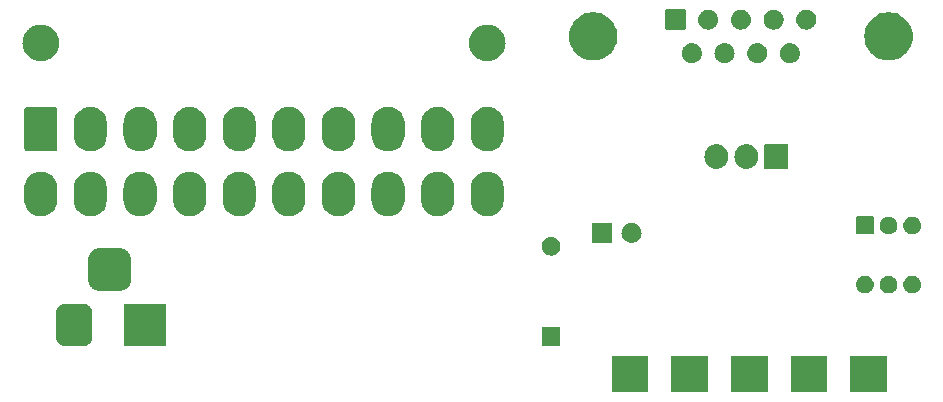
<source format=gbr>
%TF.GenerationSoftware,KiCad,Pcbnew,8.0.7*%
%TF.CreationDate,2025-01-08T21:36:27+01:00*%
%TF.ProjectId,adampsu,6164616d-7073-4752-9e6b-696361645f70,rev?*%
%TF.SameCoordinates,Original*%
%TF.FileFunction,Soldermask,Bot*%
%TF.FilePolarity,Negative*%
%FSLAX46Y46*%
G04 Gerber Fmt 4.6, Leading zero omitted, Abs format (unit mm)*
G04 Created by KiCad (PCBNEW 8.0.7) date 2025-01-08 21:36:27*
%MOMM*%
%LPD*%
G01*
G04 APERTURE LIST*
G04 APERTURE END LIST*
G36*
X173474517Y-106372882D02*
G01*
X173491062Y-106383938D01*
X173502118Y-106400483D01*
X173506000Y-106420000D01*
X173506000Y-109420000D01*
X173502118Y-109439517D01*
X173491062Y-109456062D01*
X173474517Y-109467118D01*
X173455000Y-109471000D01*
X170455000Y-109471000D01*
X170435483Y-109467118D01*
X170418938Y-109456062D01*
X170407882Y-109439517D01*
X170404000Y-109420000D01*
X170404000Y-106420000D01*
X170407882Y-106400483D01*
X170418938Y-106383938D01*
X170435483Y-106372882D01*
X170455000Y-106369000D01*
X173455000Y-106369000D01*
X173474517Y-106372882D01*
G37*
G36*
X178524517Y-106372882D02*
G01*
X178541062Y-106383938D01*
X178552118Y-106400483D01*
X178556000Y-106420000D01*
X178556000Y-109420000D01*
X178552118Y-109439517D01*
X178541062Y-109456062D01*
X178524517Y-109467118D01*
X178505000Y-109471000D01*
X175505000Y-109471000D01*
X175485483Y-109467118D01*
X175468938Y-109456062D01*
X175457882Y-109439517D01*
X175454000Y-109420000D01*
X175454000Y-106420000D01*
X175457882Y-106400483D01*
X175468938Y-106383938D01*
X175485483Y-106372882D01*
X175505000Y-106369000D01*
X178505000Y-106369000D01*
X178524517Y-106372882D01*
G37*
G36*
X183574517Y-106372882D02*
G01*
X183591062Y-106383938D01*
X183602118Y-106400483D01*
X183606000Y-106420000D01*
X183606000Y-109420000D01*
X183602118Y-109439517D01*
X183591062Y-109456062D01*
X183574517Y-109467118D01*
X183555000Y-109471000D01*
X180555000Y-109471000D01*
X180535483Y-109467118D01*
X180518938Y-109456062D01*
X180507882Y-109439517D01*
X180504000Y-109420000D01*
X180504000Y-106420000D01*
X180507882Y-106400483D01*
X180518938Y-106383938D01*
X180535483Y-106372882D01*
X180555000Y-106369000D01*
X183555000Y-106369000D01*
X183574517Y-106372882D01*
G37*
G36*
X188624517Y-106372882D02*
G01*
X188641062Y-106383938D01*
X188652118Y-106400483D01*
X188656000Y-106420000D01*
X188656000Y-109420000D01*
X188652118Y-109439517D01*
X188641062Y-109456062D01*
X188624517Y-109467118D01*
X188605000Y-109471000D01*
X185605000Y-109471000D01*
X185585483Y-109467118D01*
X185568938Y-109456062D01*
X185557882Y-109439517D01*
X185554000Y-109420000D01*
X185554000Y-106420000D01*
X185557882Y-106400483D01*
X185568938Y-106383938D01*
X185585483Y-106372882D01*
X185605000Y-106369000D01*
X188605000Y-106369000D01*
X188624517Y-106372882D01*
G37*
G36*
X193674517Y-106372882D02*
G01*
X193691062Y-106383938D01*
X193702118Y-106400483D01*
X193706000Y-106420000D01*
X193706000Y-109420000D01*
X193702118Y-109439517D01*
X193691062Y-109456062D01*
X193674517Y-109467118D01*
X193655000Y-109471000D01*
X190655000Y-109471000D01*
X190635483Y-109467118D01*
X190618938Y-109456062D01*
X190607882Y-109439517D01*
X190604000Y-109420000D01*
X190604000Y-106420000D01*
X190607882Y-106400483D01*
X190618938Y-106383938D01*
X190635483Y-106372882D01*
X190655000Y-106369000D01*
X193655000Y-106369000D01*
X193674517Y-106372882D01*
G37*
G36*
X125641388Y-101952783D02*
G01*
X125753601Y-101961614D01*
X125778155Y-101968193D01*
X125808239Y-101971583D01*
X125865229Y-101991524D01*
X125916804Y-102005344D01*
X125943289Y-102018838D01*
X125977541Y-102030824D01*
X126023552Y-102059735D01*
X126065884Y-102081304D01*
X126093603Y-102103751D01*
X126129415Y-102126253D01*
X126163577Y-102160415D01*
X126195905Y-102186594D01*
X126222083Y-102218921D01*
X126256247Y-102253085D01*
X126278749Y-102288897D01*
X126301195Y-102316615D01*
X126322762Y-102358943D01*
X126351676Y-102404959D01*
X126363662Y-102439214D01*
X126377155Y-102465695D01*
X126390972Y-102517262D01*
X126410917Y-102574261D01*
X126414307Y-102604349D01*
X126420885Y-102628898D01*
X126429713Y-102741086D01*
X126431000Y-102752500D01*
X126431000Y-104752500D01*
X126429713Y-104763917D01*
X126420885Y-104876101D01*
X126414307Y-104900649D01*
X126410917Y-104930739D01*
X126390971Y-104987741D01*
X126377155Y-105039304D01*
X126363663Y-105065782D01*
X126351676Y-105100041D01*
X126322759Y-105146061D01*
X126301195Y-105188384D01*
X126278752Y-105216098D01*
X126256247Y-105251915D01*
X126222079Y-105286082D01*
X126195905Y-105318405D01*
X126163582Y-105344579D01*
X126129415Y-105378747D01*
X126093598Y-105401252D01*
X126065884Y-105423695D01*
X126023561Y-105445259D01*
X125977541Y-105474176D01*
X125943282Y-105486163D01*
X125916804Y-105499655D01*
X125865241Y-105513471D01*
X125808239Y-105533417D01*
X125778149Y-105536807D01*
X125753601Y-105543385D01*
X125641415Y-105552213D01*
X125630000Y-105553500D01*
X124130000Y-105553500D01*
X124118584Y-105552213D01*
X124006398Y-105543385D01*
X123981849Y-105536807D01*
X123951761Y-105533417D01*
X123894762Y-105513472D01*
X123843195Y-105499655D01*
X123816714Y-105486162D01*
X123782459Y-105474176D01*
X123736443Y-105445262D01*
X123694115Y-105423695D01*
X123666397Y-105401249D01*
X123630585Y-105378747D01*
X123596421Y-105344583D01*
X123564094Y-105318405D01*
X123537915Y-105286077D01*
X123503753Y-105251915D01*
X123481251Y-105216103D01*
X123458804Y-105188384D01*
X123437235Y-105146052D01*
X123408324Y-105100041D01*
X123396338Y-105065789D01*
X123382844Y-105039304D01*
X123369024Y-104987729D01*
X123349083Y-104930739D01*
X123345693Y-104900655D01*
X123339114Y-104876101D01*
X123330282Y-104763886D01*
X123329000Y-104752500D01*
X123329000Y-102752500D01*
X123330282Y-102741113D01*
X123339114Y-102628898D01*
X123345693Y-102604342D01*
X123349083Y-102574261D01*
X123369023Y-102517274D01*
X123382844Y-102465695D01*
X123396339Y-102439207D01*
X123408324Y-102404959D01*
X123437232Y-102358951D01*
X123458804Y-102316615D01*
X123481254Y-102288891D01*
X123503753Y-102253085D01*
X123537910Y-102218927D01*
X123564094Y-102186594D01*
X123596427Y-102160410D01*
X123630585Y-102126253D01*
X123666391Y-102103754D01*
X123694115Y-102081304D01*
X123736451Y-102059732D01*
X123782459Y-102030824D01*
X123816707Y-102018839D01*
X123843195Y-102005344D01*
X123894774Y-101991523D01*
X123951761Y-101971583D01*
X123981842Y-101968193D01*
X124006398Y-101961614D01*
X124118615Y-101952782D01*
X124130000Y-101951500D01*
X125630000Y-101951500D01*
X125641388Y-101952783D01*
G37*
G36*
X132649517Y-101955382D02*
G01*
X132666062Y-101966438D01*
X132677118Y-101982983D01*
X132681000Y-102002500D01*
X132681000Y-105502500D01*
X132677118Y-105522017D01*
X132666062Y-105538562D01*
X132649517Y-105549618D01*
X132630000Y-105553500D01*
X129130000Y-105553500D01*
X129110483Y-105549618D01*
X129093938Y-105538562D01*
X129082882Y-105522017D01*
X129079000Y-105502500D01*
X129079000Y-102002500D01*
X129082882Y-101982983D01*
X129093938Y-101966438D01*
X129110483Y-101955382D01*
X129130000Y-101951500D01*
X132630000Y-101951500D01*
X132649517Y-101955382D01*
G37*
G36*
X166024517Y-103912882D02*
G01*
X166041062Y-103923938D01*
X166052118Y-103940483D01*
X166056000Y-103960000D01*
X166056000Y-105460000D01*
X166052118Y-105479517D01*
X166041062Y-105496062D01*
X166024517Y-105507118D01*
X166005000Y-105511000D01*
X164505000Y-105511000D01*
X164485483Y-105507118D01*
X164468938Y-105496062D01*
X164457882Y-105479517D01*
X164454000Y-105460000D01*
X164454000Y-103960000D01*
X164457882Y-103940483D01*
X164468938Y-103923938D01*
X164485483Y-103912882D01*
X164505000Y-103909000D01*
X166005000Y-103909000D01*
X166024517Y-103912882D01*
G37*
G36*
X191872833Y-99581326D02*
G01*
X191908953Y-99581326D01*
X191949697Y-99589986D01*
X191998226Y-99595454D01*
X192033510Y-99607800D01*
X192063405Y-99614155D01*
X192106492Y-99633338D01*
X192158016Y-99651368D01*
X192184834Y-99668219D01*
X192207654Y-99678379D01*
X192250199Y-99709290D01*
X192301358Y-99741435D01*
X192319731Y-99759808D01*
X192335401Y-99771193D01*
X192374136Y-99814213D01*
X192421065Y-99861142D01*
X192431860Y-99878322D01*
X192441059Y-99888539D01*
X192472537Y-99943060D01*
X192511132Y-100004484D01*
X192515949Y-100018252D01*
X192520012Y-100025288D01*
X192540807Y-100089288D01*
X192567046Y-100164274D01*
X192568041Y-100173107D01*
X192568806Y-100175461D01*
X192575743Y-100241465D01*
X192586000Y-100332500D01*
X192575742Y-100423542D01*
X192568806Y-100489538D01*
X192568041Y-100491891D01*
X192567046Y-100500726D01*
X192540802Y-100575724D01*
X192520012Y-100639711D01*
X192515950Y-100646745D01*
X192511132Y-100660516D01*
X192472530Y-100721950D01*
X192441059Y-100776460D01*
X192431862Y-100786674D01*
X192421065Y-100803858D01*
X192374127Y-100850795D01*
X192335401Y-100893806D01*
X192319734Y-100905188D01*
X192301358Y-100923565D01*
X192250189Y-100955716D01*
X192207654Y-100986620D01*
X192184840Y-100996777D01*
X192158016Y-101013632D01*
X192106481Y-101031665D01*
X192063405Y-101050844D01*
X192033516Y-101057196D01*
X191998226Y-101069546D01*
X191949694Y-101075014D01*
X191908953Y-101083674D01*
X191872833Y-101083674D01*
X191830000Y-101088500D01*
X191787167Y-101083674D01*
X191751047Y-101083674D01*
X191710304Y-101075013D01*
X191661774Y-101069546D01*
X191626484Y-101057197D01*
X191596594Y-101050844D01*
X191553513Y-101031663D01*
X191501984Y-101013632D01*
X191475162Y-100996778D01*
X191452345Y-100986620D01*
X191409803Y-100955711D01*
X191358642Y-100923565D01*
X191340267Y-100905190D01*
X191324598Y-100893806D01*
X191285862Y-100850785D01*
X191238935Y-100803858D01*
X191228140Y-100786677D01*
X191218940Y-100776460D01*
X191187457Y-100721931D01*
X191148868Y-100660516D01*
X191144050Y-100646749D01*
X191139987Y-100639711D01*
X191119183Y-100575684D01*
X191092954Y-100500726D01*
X191091959Y-100491895D01*
X191091193Y-100489538D01*
X191084242Y-100423410D01*
X191074000Y-100332500D01*
X191084241Y-100241597D01*
X191091193Y-100175461D01*
X191091959Y-100173102D01*
X191092954Y-100164274D01*
X191119178Y-100089328D01*
X191139987Y-100025288D01*
X191144051Y-100018247D01*
X191148868Y-100004484D01*
X191187450Y-99943080D01*
X191218940Y-99888539D01*
X191228141Y-99878319D01*
X191238935Y-99861142D01*
X191285858Y-99814218D01*
X191324598Y-99771194D01*
X191340267Y-99759809D01*
X191358642Y-99741435D01*
X191409803Y-99709288D01*
X191452345Y-99678380D01*
X191475162Y-99668220D01*
X191501984Y-99651368D01*
X191553513Y-99633336D01*
X191596596Y-99614155D01*
X191626487Y-99607801D01*
X191661774Y-99595454D01*
X191710303Y-99589986D01*
X191751047Y-99581326D01*
X191787167Y-99581326D01*
X191830000Y-99576500D01*
X191872833Y-99581326D01*
G37*
G36*
X193872833Y-99581326D02*
G01*
X193908953Y-99581326D01*
X193949697Y-99589986D01*
X193998226Y-99595454D01*
X194033510Y-99607800D01*
X194063405Y-99614155D01*
X194106492Y-99633338D01*
X194158016Y-99651368D01*
X194184834Y-99668219D01*
X194207654Y-99678379D01*
X194250199Y-99709290D01*
X194301358Y-99741435D01*
X194319731Y-99759808D01*
X194335401Y-99771193D01*
X194374136Y-99814213D01*
X194421065Y-99861142D01*
X194431860Y-99878322D01*
X194441059Y-99888539D01*
X194472537Y-99943060D01*
X194511132Y-100004484D01*
X194515949Y-100018252D01*
X194520012Y-100025288D01*
X194540807Y-100089288D01*
X194567046Y-100164274D01*
X194568041Y-100173107D01*
X194568806Y-100175461D01*
X194575743Y-100241465D01*
X194586000Y-100332500D01*
X194575742Y-100423542D01*
X194568806Y-100489538D01*
X194568041Y-100491891D01*
X194567046Y-100500726D01*
X194540802Y-100575724D01*
X194520012Y-100639711D01*
X194515950Y-100646745D01*
X194511132Y-100660516D01*
X194472530Y-100721950D01*
X194441059Y-100776460D01*
X194431862Y-100786674D01*
X194421065Y-100803858D01*
X194374127Y-100850795D01*
X194335401Y-100893806D01*
X194319734Y-100905188D01*
X194301358Y-100923565D01*
X194250189Y-100955716D01*
X194207654Y-100986620D01*
X194184840Y-100996777D01*
X194158016Y-101013632D01*
X194106481Y-101031665D01*
X194063405Y-101050844D01*
X194033516Y-101057196D01*
X193998226Y-101069546D01*
X193949694Y-101075014D01*
X193908953Y-101083674D01*
X193872833Y-101083674D01*
X193830000Y-101088500D01*
X193787167Y-101083674D01*
X193751047Y-101083674D01*
X193710304Y-101075013D01*
X193661774Y-101069546D01*
X193626484Y-101057197D01*
X193596594Y-101050844D01*
X193553513Y-101031663D01*
X193501984Y-101013632D01*
X193475162Y-100996778D01*
X193452345Y-100986620D01*
X193409803Y-100955711D01*
X193358642Y-100923565D01*
X193340267Y-100905190D01*
X193324598Y-100893806D01*
X193285862Y-100850785D01*
X193238935Y-100803858D01*
X193228140Y-100786677D01*
X193218940Y-100776460D01*
X193187457Y-100721931D01*
X193148868Y-100660516D01*
X193144050Y-100646749D01*
X193139987Y-100639711D01*
X193119183Y-100575684D01*
X193092954Y-100500726D01*
X193091959Y-100491895D01*
X193091193Y-100489538D01*
X193084242Y-100423410D01*
X193074000Y-100332500D01*
X193084241Y-100241597D01*
X193091193Y-100175461D01*
X193091959Y-100173102D01*
X193092954Y-100164274D01*
X193119178Y-100089328D01*
X193139987Y-100025288D01*
X193144051Y-100018247D01*
X193148868Y-100004484D01*
X193187450Y-99943080D01*
X193218940Y-99888539D01*
X193228141Y-99878319D01*
X193238935Y-99861142D01*
X193285858Y-99814218D01*
X193324598Y-99771194D01*
X193340267Y-99759809D01*
X193358642Y-99741435D01*
X193409803Y-99709288D01*
X193452345Y-99678380D01*
X193475162Y-99668220D01*
X193501984Y-99651368D01*
X193553513Y-99633336D01*
X193596596Y-99614155D01*
X193626487Y-99607801D01*
X193661774Y-99595454D01*
X193710303Y-99589986D01*
X193751047Y-99581326D01*
X193787167Y-99581326D01*
X193830000Y-99576500D01*
X193872833Y-99581326D01*
G37*
G36*
X195872833Y-99581326D02*
G01*
X195908953Y-99581326D01*
X195949697Y-99589986D01*
X195998226Y-99595454D01*
X196033510Y-99607800D01*
X196063405Y-99614155D01*
X196106492Y-99633338D01*
X196158016Y-99651368D01*
X196184834Y-99668219D01*
X196207654Y-99678379D01*
X196250199Y-99709290D01*
X196301358Y-99741435D01*
X196319731Y-99759808D01*
X196335401Y-99771193D01*
X196374136Y-99814213D01*
X196421065Y-99861142D01*
X196431860Y-99878322D01*
X196441059Y-99888539D01*
X196472537Y-99943060D01*
X196511132Y-100004484D01*
X196515949Y-100018252D01*
X196520012Y-100025288D01*
X196540807Y-100089288D01*
X196567046Y-100164274D01*
X196568041Y-100173107D01*
X196568806Y-100175461D01*
X196575743Y-100241465D01*
X196586000Y-100332500D01*
X196575742Y-100423542D01*
X196568806Y-100489538D01*
X196568041Y-100491891D01*
X196567046Y-100500726D01*
X196540802Y-100575724D01*
X196520012Y-100639711D01*
X196515950Y-100646745D01*
X196511132Y-100660516D01*
X196472530Y-100721950D01*
X196441059Y-100776460D01*
X196431862Y-100786674D01*
X196421065Y-100803858D01*
X196374127Y-100850795D01*
X196335401Y-100893806D01*
X196319734Y-100905188D01*
X196301358Y-100923565D01*
X196250189Y-100955716D01*
X196207654Y-100986620D01*
X196184840Y-100996777D01*
X196158016Y-101013632D01*
X196106481Y-101031665D01*
X196063405Y-101050844D01*
X196033516Y-101057196D01*
X195998226Y-101069546D01*
X195949694Y-101075014D01*
X195908953Y-101083674D01*
X195872833Y-101083674D01*
X195830000Y-101088500D01*
X195787167Y-101083674D01*
X195751047Y-101083674D01*
X195710304Y-101075013D01*
X195661774Y-101069546D01*
X195626484Y-101057197D01*
X195596594Y-101050844D01*
X195553513Y-101031663D01*
X195501984Y-101013632D01*
X195475162Y-100996778D01*
X195452345Y-100986620D01*
X195409803Y-100955711D01*
X195358642Y-100923565D01*
X195340267Y-100905190D01*
X195324598Y-100893806D01*
X195285862Y-100850785D01*
X195238935Y-100803858D01*
X195228140Y-100786677D01*
X195218940Y-100776460D01*
X195187457Y-100721931D01*
X195148868Y-100660516D01*
X195144050Y-100646749D01*
X195139987Y-100639711D01*
X195119183Y-100575684D01*
X195092954Y-100500726D01*
X195091959Y-100491895D01*
X195091193Y-100489538D01*
X195084242Y-100423410D01*
X195074000Y-100332500D01*
X195084241Y-100241597D01*
X195091193Y-100175461D01*
X195091959Y-100173102D01*
X195092954Y-100164274D01*
X195119178Y-100089328D01*
X195139987Y-100025288D01*
X195144051Y-100018247D01*
X195148868Y-100004484D01*
X195187450Y-99943080D01*
X195218940Y-99888539D01*
X195228141Y-99878319D01*
X195238935Y-99861142D01*
X195285858Y-99814218D01*
X195324598Y-99771194D01*
X195340267Y-99759809D01*
X195358642Y-99741435D01*
X195409803Y-99709288D01*
X195452345Y-99678380D01*
X195475162Y-99668220D01*
X195501984Y-99651368D01*
X195553513Y-99633336D01*
X195596596Y-99614155D01*
X195626487Y-99607801D01*
X195661774Y-99595454D01*
X195710303Y-99589986D01*
X195751047Y-99581326D01*
X195787167Y-99581326D01*
X195830000Y-99576500D01*
X195872833Y-99581326D01*
G37*
G36*
X128899858Y-97262901D02*
G01*
X128920342Y-97268389D01*
X128935533Y-97269886D01*
X129008249Y-97291944D01*
X129086849Y-97313005D01*
X129100343Y-97319880D01*
X129109136Y-97322548D01*
X129181709Y-97361338D01*
X129259336Y-97400891D01*
X129266379Y-97406594D01*
X129269121Y-97408060D01*
X129338372Y-97464893D01*
X129409781Y-97522719D01*
X129467619Y-97594144D01*
X129524439Y-97663378D01*
X129525904Y-97666118D01*
X129531609Y-97673164D01*
X129571170Y-97750808D01*
X129609951Y-97823363D01*
X129612617Y-97832152D01*
X129619495Y-97845651D01*
X129640559Y-97924264D01*
X129662613Y-97996965D01*
X129664108Y-98012152D01*
X129669599Y-98032642D01*
X129681000Y-98177500D01*
X129681000Y-99927500D01*
X129669599Y-100072358D01*
X129664108Y-100092848D01*
X129662613Y-100108033D01*
X129640563Y-100180721D01*
X129619495Y-100259349D01*
X129612616Y-100272848D01*
X129609951Y-100281636D01*
X129571181Y-100354169D01*
X129531609Y-100431836D01*
X129525902Y-100438882D01*
X129524439Y-100441621D01*
X129467680Y-100510780D01*
X129409781Y-100582281D01*
X129338280Y-100640180D01*
X129269121Y-100696939D01*
X129266382Y-100698402D01*
X129259336Y-100704109D01*
X129181669Y-100743681D01*
X129109136Y-100782451D01*
X129100348Y-100785116D01*
X129086849Y-100791995D01*
X129008226Y-100813061D01*
X128935534Y-100835113D01*
X128920348Y-100836608D01*
X128899858Y-100842099D01*
X128755000Y-100853500D01*
X127005000Y-100853500D01*
X126860142Y-100842099D01*
X126839651Y-100836608D01*
X126824466Y-100835113D01*
X126751769Y-100813060D01*
X126673151Y-100791995D01*
X126659652Y-100785117D01*
X126650863Y-100782451D01*
X126578308Y-100743670D01*
X126500664Y-100704109D01*
X126493618Y-100698404D01*
X126490878Y-100696939D01*
X126421644Y-100640119D01*
X126350219Y-100582281D01*
X126292393Y-100510872D01*
X126235560Y-100441621D01*
X126234094Y-100438879D01*
X126228391Y-100431836D01*
X126188838Y-100354209D01*
X126150048Y-100281636D01*
X126147380Y-100272843D01*
X126140505Y-100259349D01*
X126119445Y-100180754D01*
X126097386Y-100108034D01*
X126095889Y-100092842D01*
X126090401Y-100072358D01*
X126079000Y-99927500D01*
X126079000Y-98177500D01*
X126090401Y-98032642D01*
X126095889Y-98012157D01*
X126097386Y-97996966D01*
X126119446Y-97924241D01*
X126140505Y-97845651D01*
X126147380Y-97832157D01*
X126150048Y-97823363D01*
X126188849Y-97750768D01*
X126228391Y-97673164D01*
X126234093Y-97666122D01*
X126235560Y-97663378D01*
X126292454Y-97594052D01*
X126350219Y-97522719D01*
X126421552Y-97464954D01*
X126490878Y-97408060D01*
X126493622Y-97406593D01*
X126500664Y-97400891D01*
X126578268Y-97361349D01*
X126650863Y-97322548D01*
X126659657Y-97319880D01*
X126673151Y-97313005D01*
X126751736Y-97291948D01*
X126824465Y-97269886D01*
X126839658Y-97268389D01*
X126860142Y-97262901D01*
X127005000Y-97251500D01*
X128755000Y-97251500D01*
X128899858Y-97262901D01*
G37*
G36*
X165300023Y-96294073D02*
G01*
X165338657Y-96294073D01*
X165382240Y-96303336D01*
X165433239Y-96309083D01*
X165470321Y-96322058D01*
X165502306Y-96328857D01*
X165548401Y-96349379D01*
X165602541Y-96368324D01*
X165630719Y-96386029D01*
X165655157Y-96396910D01*
X165700720Y-96430014D01*
X165754415Y-96463753D01*
X165773700Y-96483038D01*
X165790512Y-96495253D01*
X165832076Y-96541414D01*
X165881247Y-96590585D01*
X165892555Y-96608582D01*
X165902467Y-96619590D01*
X165936376Y-96678322D01*
X165976676Y-96742459D01*
X165981707Y-96756838D01*
X165986120Y-96764481D01*
X166008718Y-96834030D01*
X166035917Y-96911761D01*
X166036948Y-96920913D01*
X166037823Y-96923606D01*
X166045750Y-96999038D01*
X166056000Y-97090000D01*
X166045750Y-97180969D01*
X166037823Y-97256393D01*
X166036948Y-97259084D01*
X166035917Y-97268239D01*
X166008713Y-97345982D01*
X165986120Y-97415518D01*
X165981708Y-97423159D01*
X165976676Y-97437541D01*
X165936369Y-97501688D01*
X165902467Y-97560409D01*
X165892557Y-97571414D01*
X165881247Y-97589415D01*
X165832067Y-97638594D01*
X165790512Y-97684746D01*
X165773704Y-97696957D01*
X165754415Y-97716247D01*
X165700710Y-97749992D01*
X165655157Y-97783089D01*
X165630725Y-97793966D01*
X165602541Y-97811676D01*
X165548391Y-97830623D01*
X165502306Y-97851142D01*
X165470327Y-97857939D01*
X165433239Y-97870917D01*
X165382237Y-97876663D01*
X165338657Y-97885927D01*
X165300023Y-97885927D01*
X165255000Y-97891000D01*
X165209977Y-97885927D01*
X165171343Y-97885927D01*
X165127761Y-97876663D01*
X165076761Y-97870917D01*
X165039674Y-97857939D01*
X165007693Y-97851142D01*
X164961603Y-97830622D01*
X164907459Y-97811676D01*
X164879277Y-97793968D01*
X164854842Y-97783089D01*
X164809282Y-97749987D01*
X164755585Y-97716247D01*
X164736298Y-97696960D01*
X164719487Y-97684746D01*
X164677922Y-97638584D01*
X164628753Y-97589415D01*
X164617444Y-97571418D01*
X164607532Y-97560409D01*
X164573618Y-97501668D01*
X164533324Y-97437541D01*
X164528293Y-97423163D01*
X164523879Y-97415518D01*
X164501272Y-97345942D01*
X164474083Y-97268239D01*
X164473052Y-97259089D01*
X164472176Y-97256393D01*
X164464235Y-97180837D01*
X164454000Y-97090000D01*
X164464234Y-96999170D01*
X164472176Y-96923606D01*
X164473052Y-96920909D01*
X164474083Y-96911761D01*
X164501267Y-96834070D01*
X164523879Y-96764481D01*
X164528293Y-96756834D01*
X164533324Y-96742459D01*
X164573611Y-96678342D01*
X164607532Y-96619590D01*
X164617446Y-96608578D01*
X164628753Y-96590585D01*
X164677913Y-96541424D01*
X164719487Y-96495253D01*
X164736301Y-96483036D01*
X164755585Y-96463753D01*
X164809278Y-96430015D01*
X164854846Y-96396908D01*
X164879284Y-96386027D01*
X164907459Y-96368324D01*
X164961587Y-96349383D01*
X165007689Y-96328858D01*
X165039679Y-96322058D01*
X165076761Y-96309083D01*
X165127759Y-96303336D01*
X165171343Y-96294073D01*
X165209977Y-96294073D01*
X165255000Y-96289000D01*
X165300023Y-96294073D01*
G37*
G36*
X170392117Y-95097882D02*
G01*
X170408662Y-95108938D01*
X170419718Y-95125483D01*
X170423600Y-95145000D01*
X170423600Y-96745000D01*
X170419718Y-96764517D01*
X170408662Y-96781062D01*
X170392117Y-96792118D01*
X170372600Y-96796000D01*
X168772600Y-96796000D01*
X168753083Y-96792118D01*
X168736538Y-96781062D01*
X168725482Y-96764517D01*
X168721600Y-96745000D01*
X168721600Y-95145000D01*
X168725482Y-95125483D01*
X168736538Y-95108938D01*
X168753083Y-95097882D01*
X168772600Y-95094000D01*
X170372600Y-95094000D01*
X170392117Y-95097882D01*
G37*
G36*
X172113799Y-95098662D02*
G01*
X172161554Y-95098662D01*
X172202794Y-95107427D01*
X172238501Y-95110945D01*
X172283359Y-95124552D01*
X172335573Y-95135651D01*
X172368984Y-95150526D01*
X172398035Y-95159339D01*
X172444202Y-95184015D01*
X172498100Y-95208012D01*
X172523154Y-95226215D01*
X172545053Y-95237920D01*
X172589728Y-95274584D01*
X172642030Y-95312584D01*
X172659011Y-95331443D01*
X172673920Y-95343679D01*
X172713987Y-95392501D01*
X172761073Y-95444795D01*
X172770964Y-95461927D01*
X172779679Y-95472546D01*
X172811906Y-95532840D01*
X172850027Y-95598867D01*
X172854413Y-95612368D01*
X172858260Y-95619564D01*
X172879461Y-95689455D01*
X172905004Y-95768067D01*
X172905903Y-95776623D01*
X172906654Y-95779098D01*
X172913971Y-95853389D01*
X172923600Y-95945000D01*
X172913970Y-96036619D01*
X172906654Y-96110901D01*
X172905903Y-96113375D01*
X172905004Y-96121933D01*
X172879456Y-96200558D01*
X172858260Y-96270435D01*
X172854414Y-96277629D01*
X172850027Y-96291133D01*
X172811899Y-96357172D01*
X172779679Y-96417453D01*
X172770966Y-96428069D01*
X172761073Y-96445205D01*
X172713978Y-96497509D01*
X172673920Y-96546320D01*
X172659014Y-96558552D01*
X172642030Y-96577416D01*
X172589718Y-96615423D01*
X172545053Y-96652079D01*
X172523159Y-96663780D01*
X172498100Y-96681988D01*
X172444191Y-96705989D01*
X172398035Y-96730660D01*
X172368991Y-96739470D01*
X172335573Y-96754349D01*
X172283348Y-96765449D01*
X172238501Y-96779054D01*
X172202803Y-96782570D01*
X172161554Y-96791338D01*
X172113788Y-96791338D01*
X172072600Y-96795395D01*
X172031411Y-96791338D01*
X171983646Y-96791338D01*
X171942397Y-96782570D01*
X171906698Y-96779054D01*
X171861848Y-96765448D01*
X171809627Y-96754349D01*
X171776210Y-96739471D01*
X171747164Y-96730660D01*
X171701002Y-96705986D01*
X171647100Y-96681988D01*
X171622043Y-96663783D01*
X171600146Y-96652079D01*
X171555473Y-96615416D01*
X171503170Y-96577416D01*
X171486188Y-96558555D01*
X171471279Y-96546320D01*
X171431210Y-96497496D01*
X171384127Y-96445205D01*
X171374236Y-96428073D01*
X171365520Y-96417453D01*
X171333287Y-96357148D01*
X171295173Y-96291133D01*
X171290786Y-96277634D01*
X171286939Y-96270435D01*
X171265728Y-96200512D01*
X171240196Y-96121933D01*
X171239297Y-96113380D01*
X171238545Y-96110901D01*
X171231213Y-96036467D01*
X171221600Y-95945000D01*
X171231212Y-95853540D01*
X171238545Y-95779098D01*
X171239297Y-95776618D01*
X171240196Y-95768067D01*
X171265723Y-95689502D01*
X171286939Y-95619564D01*
X171290787Y-95612363D01*
X171295173Y-95598867D01*
X171333280Y-95532863D01*
X171365520Y-95472546D01*
X171374238Y-95461923D01*
X171384127Y-95444795D01*
X171431201Y-95392513D01*
X171471279Y-95343679D01*
X171486191Y-95331440D01*
X171503170Y-95312584D01*
X171555462Y-95274591D01*
X171600146Y-95237920D01*
X171622048Y-95226213D01*
X171647100Y-95208012D01*
X171700991Y-95184018D01*
X171747164Y-95159339D01*
X171776217Y-95150525D01*
X171809627Y-95135651D01*
X171861837Y-95124553D01*
X171906698Y-95110945D01*
X171942406Y-95107427D01*
X171983646Y-95098662D01*
X172031401Y-95098662D01*
X172072600Y-95094604D01*
X172113799Y-95098662D01*
G37*
G36*
X192523034Y-94584264D02*
G01*
X192556125Y-94606375D01*
X192578236Y-94639466D01*
X192586000Y-94678500D01*
X192586000Y-95986500D01*
X192578236Y-96025534D01*
X192556125Y-96058625D01*
X192523034Y-96080736D01*
X192484000Y-96088500D01*
X191176000Y-96088500D01*
X191136966Y-96080736D01*
X191103875Y-96058625D01*
X191081764Y-96025534D01*
X191074000Y-95986500D01*
X191074000Y-94678500D01*
X191081764Y-94639466D01*
X191103875Y-94606375D01*
X191136966Y-94584264D01*
X191176000Y-94576500D01*
X192484000Y-94576500D01*
X192523034Y-94584264D01*
G37*
G36*
X193872833Y-94581326D02*
G01*
X193908953Y-94581326D01*
X193949697Y-94589986D01*
X193998226Y-94595454D01*
X194033510Y-94607800D01*
X194063405Y-94614155D01*
X194106492Y-94633338D01*
X194158016Y-94651368D01*
X194184834Y-94668219D01*
X194207654Y-94678379D01*
X194250199Y-94709290D01*
X194301358Y-94741435D01*
X194319731Y-94759808D01*
X194335401Y-94771193D01*
X194374136Y-94814213D01*
X194421065Y-94861142D01*
X194431860Y-94878322D01*
X194441059Y-94888539D01*
X194472537Y-94943060D01*
X194511132Y-95004484D01*
X194515949Y-95018252D01*
X194520012Y-95025288D01*
X194540807Y-95089288D01*
X194567046Y-95164274D01*
X194568041Y-95173107D01*
X194568806Y-95175461D01*
X194575743Y-95241465D01*
X194586000Y-95332500D01*
X194575742Y-95423542D01*
X194568806Y-95489538D01*
X194568041Y-95491891D01*
X194567046Y-95500726D01*
X194540802Y-95575724D01*
X194520012Y-95639711D01*
X194515950Y-95646745D01*
X194511132Y-95660516D01*
X194472530Y-95721950D01*
X194441059Y-95776460D01*
X194431862Y-95786674D01*
X194421065Y-95803858D01*
X194374127Y-95850795D01*
X194335401Y-95893806D01*
X194319734Y-95905188D01*
X194301358Y-95923565D01*
X194250189Y-95955716D01*
X194207654Y-95986620D01*
X194184840Y-95996777D01*
X194158016Y-96013632D01*
X194106481Y-96031665D01*
X194063405Y-96050844D01*
X194033516Y-96057196D01*
X193998226Y-96069546D01*
X193949694Y-96075014D01*
X193908953Y-96083674D01*
X193872833Y-96083674D01*
X193830000Y-96088500D01*
X193787167Y-96083674D01*
X193751047Y-96083674D01*
X193710304Y-96075013D01*
X193661774Y-96069546D01*
X193626484Y-96057197D01*
X193596594Y-96050844D01*
X193553513Y-96031663D01*
X193501984Y-96013632D01*
X193475162Y-95996778D01*
X193452345Y-95986620D01*
X193409803Y-95955711D01*
X193358642Y-95923565D01*
X193340267Y-95905190D01*
X193324598Y-95893806D01*
X193285862Y-95850785D01*
X193238935Y-95803858D01*
X193228140Y-95786677D01*
X193218940Y-95776460D01*
X193187457Y-95721931D01*
X193148868Y-95660516D01*
X193144050Y-95646749D01*
X193139987Y-95639711D01*
X193119183Y-95575684D01*
X193092954Y-95500726D01*
X193091959Y-95491895D01*
X193091193Y-95489538D01*
X193084242Y-95423410D01*
X193074000Y-95332500D01*
X193084241Y-95241597D01*
X193091193Y-95175461D01*
X193091959Y-95173102D01*
X193092954Y-95164274D01*
X193119178Y-95089328D01*
X193139987Y-95025288D01*
X193144051Y-95018247D01*
X193148868Y-95004484D01*
X193187450Y-94943080D01*
X193218940Y-94888539D01*
X193228141Y-94878319D01*
X193238935Y-94861142D01*
X193285858Y-94814218D01*
X193324598Y-94771194D01*
X193340267Y-94759809D01*
X193358642Y-94741435D01*
X193409803Y-94709288D01*
X193452345Y-94678380D01*
X193475162Y-94668220D01*
X193501984Y-94651368D01*
X193553513Y-94633336D01*
X193596596Y-94614155D01*
X193626487Y-94607801D01*
X193661774Y-94595454D01*
X193710303Y-94589986D01*
X193751047Y-94581326D01*
X193787167Y-94581326D01*
X193830000Y-94576500D01*
X193872833Y-94581326D01*
G37*
G36*
X195872833Y-94581326D02*
G01*
X195908953Y-94581326D01*
X195949697Y-94589986D01*
X195998226Y-94595454D01*
X196033510Y-94607800D01*
X196063405Y-94614155D01*
X196106492Y-94633338D01*
X196158016Y-94651368D01*
X196184834Y-94668219D01*
X196207654Y-94678379D01*
X196250199Y-94709290D01*
X196301358Y-94741435D01*
X196319731Y-94759808D01*
X196335401Y-94771193D01*
X196374136Y-94814213D01*
X196421065Y-94861142D01*
X196431860Y-94878322D01*
X196441059Y-94888539D01*
X196472537Y-94943060D01*
X196511132Y-95004484D01*
X196515949Y-95018252D01*
X196520012Y-95025288D01*
X196540807Y-95089288D01*
X196567046Y-95164274D01*
X196568041Y-95173107D01*
X196568806Y-95175461D01*
X196575743Y-95241465D01*
X196586000Y-95332500D01*
X196575742Y-95423542D01*
X196568806Y-95489538D01*
X196568041Y-95491891D01*
X196567046Y-95500726D01*
X196540802Y-95575724D01*
X196520012Y-95639711D01*
X196515950Y-95646745D01*
X196511132Y-95660516D01*
X196472530Y-95721950D01*
X196441059Y-95776460D01*
X196431862Y-95786674D01*
X196421065Y-95803858D01*
X196374127Y-95850795D01*
X196335401Y-95893806D01*
X196319734Y-95905188D01*
X196301358Y-95923565D01*
X196250189Y-95955716D01*
X196207654Y-95986620D01*
X196184840Y-95996777D01*
X196158016Y-96013632D01*
X196106481Y-96031665D01*
X196063405Y-96050844D01*
X196033516Y-96057196D01*
X195998226Y-96069546D01*
X195949694Y-96075014D01*
X195908953Y-96083674D01*
X195872833Y-96083674D01*
X195830000Y-96088500D01*
X195787167Y-96083674D01*
X195751047Y-96083674D01*
X195710304Y-96075013D01*
X195661774Y-96069546D01*
X195626484Y-96057197D01*
X195596594Y-96050844D01*
X195553513Y-96031663D01*
X195501984Y-96013632D01*
X195475162Y-95996778D01*
X195452345Y-95986620D01*
X195409803Y-95955711D01*
X195358642Y-95923565D01*
X195340267Y-95905190D01*
X195324598Y-95893806D01*
X195285862Y-95850785D01*
X195238935Y-95803858D01*
X195228140Y-95786677D01*
X195218940Y-95776460D01*
X195187457Y-95721931D01*
X195148868Y-95660516D01*
X195144050Y-95646749D01*
X195139987Y-95639711D01*
X195119183Y-95575684D01*
X195092954Y-95500726D01*
X195091959Y-95491895D01*
X195091193Y-95489538D01*
X195084242Y-95423410D01*
X195074000Y-95332500D01*
X195084241Y-95241597D01*
X195091193Y-95175461D01*
X195091959Y-95173102D01*
X195092954Y-95164274D01*
X195119178Y-95089328D01*
X195139987Y-95025288D01*
X195144051Y-95018247D01*
X195148868Y-95004484D01*
X195187450Y-94943080D01*
X195218940Y-94888539D01*
X195228141Y-94878319D01*
X195238935Y-94861142D01*
X195285858Y-94814218D01*
X195324598Y-94771194D01*
X195340267Y-94759809D01*
X195358642Y-94741435D01*
X195409803Y-94709288D01*
X195452345Y-94678380D01*
X195475162Y-94668220D01*
X195501984Y-94651368D01*
X195553513Y-94633336D01*
X195596596Y-94614155D01*
X195626487Y-94607801D01*
X195661774Y-94595454D01*
X195710303Y-94589986D01*
X195751047Y-94581326D01*
X195787167Y-94581326D01*
X195830000Y-94576500D01*
X195872833Y-94581326D01*
G37*
G36*
X122382057Y-90807710D02*
G01*
X122591139Y-90875645D01*
X122787020Y-90975451D01*
X122964877Y-91104671D01*
X123120329Y-91260123D01*
X123249549Y-91437980D01*
X123349355Y-91633861D01*
X123417290Y-91842943D01*
X123451681Y-92060079D01*
X123456000Y-92170000D01*
X123456000Y-93170000D01*
X123451681Y-93279921D01*
X123417290Y-93497057D01*
X123349355Y-93706139D01*
X123249549Y-93902020D01*
X123120329Y-94079877D01*
X122964877Y-94235329D01*
X122787020Y-94364549D01*
X122591139Y-94464355D01*
X122382057Y-94532290D01*
X122164921Y-94566681D01*
X121945079Y-94566681D01*
X121727943Y-94532290D01*
X121518861Y-94464355D01*
X121322980Y-94364549D01*
X121145123Y-94235329D01*
X120989671Y-94079877D01*
X120860451Y-93902020D01*
X120760645Y-93706139D01*
X120692710Y-93497057D01*
X120658319Y-93279921D01*
X120654000Y-93170000D01*
X120654000Y-92170000D01*
X120658319Y-92060079D01*
X120692710Y-91842943D01*
X120760645Y-91633861D01*
X120860451Y-91437980D01*
X120989671Y-91260123D01*
X121145123Y-91104671D01*
X121322980Y-90975451D01*
X121518861Y-90875645D01*
X121727943Y-90807710D01*
X121945079Y-90773319D01*
X122164921Y-90773319D01*
X122382057Y-90807710D01*
G37*
G36*
X126582057Y-90807710D02*
G01*
X126791139Y-90875645D01*
X126987020Y-90975451D01*
X127164877Y-91104671D01*
X127320329Y-91260123D01*
X127449549Y-91437980D01*
X127549355Y-91633861D01*
X127617290Y-91842943D01*
X127651681Y-92060079D01*
X127656000Y-92170000D01*
X127656000Y-93170000D01*
X127651681Y-93279921D01*
X127617290Y-93497057D01*
X127549355Y-93706139D01*
X127449549Y-93902020D01*
X127320329Y-94079877D01*
X127164877Y-94235329D01*
X126987020Y-94364549D01*
X126791139Y-94464355D01*
X126582057Y-94532290D01*
X126364921Y-94566681D01*
X126145079Y-94566681D01*
X125927943Y-94532290D01*
X125718861Y-94464355D01*
X125522980Y-94364549D01*
X125345123Y-94235329D01*
X125189671Y-94079877D01*
X125060451Y-93902020D01*
X124960645Y-93706139D01*
X124892710Y-93497057D01*
X124858319Y-93279921D01*
X124854000Y-93170000D01*
X124854000Y-92170000D01*
X124858319Y-92060079D01*
X124892710Y-91842943D01*
X124960645Y-91633861D01*
X125060451Y-91437980D01*
X125189671Y-91260123D01*
X125345123Y-91104671D01*
X125522980Y-90975451D01*
X125718861Y-90875645D01*
X125927943Y-90807710D01*
X126145079Y-90773319D01*
X126364921Y-90773319D01*
X126582057Y-90807710D01*
G37*
G36*
X130782057Y-90807710D02*
G01*
X130991139Y-90875645D01*
X131187020Y-90975451D01*
X131364877Y-91104671D01*
X131520329Y-91260123D01*
X131649549Y-91437980D01*
X131749355Y-91633861D01*
X131817290Y-91842943D01*
X131851681Y-92060079D01*
X131856000Y-92170000D01*
X131856000Y-93170000D01*
X131851681Y-93279921D01*
X131817290Y-93497057D01*
X131749355Y-93706139D01*
X131649549Y-93902020D01*
X131520329Y-94079877D01*
X131364877Y-94235329D01*
X131187020Y-94364549D01*
X130991139Y-94464355D01*
X130782057Y-94532290D01*
X130564921Y-94566681D01*
X130345079Y-94566681D01*
X130127943Y-94532290D01*
X129918861Y-94464355D01*
X129722980Y-94364549D01*
X129545123Y-94235329D01*
X129389671Y-94079877D01*
X129260451Y-93902020D01*
X129160645Y-93706139D01*
X129092710Y-93497057D01*
X129058319Y-93279921D01*
X129054000Y-93170000D01*
X129054000Y-92170000D01*
X129058319Y-92060079D01*
X129092710Y-91842943D01*
X129160645Y-91633861D01*
X129260451Y-91437980D01*
X129389671Y-91260123D01*
X129545123Y-91104671D01*
X129722980Y-90975451D01*
X129918861Y-90875645D01*
X130127943Y-90807710D01*
X130345079Y-90773319D01*
X130564921Y-90773319D01*
X130782057Y-90807710D01*
G37*
G36*
X134982057Y-90807710D02*
G01*
X135191139Y-90875645D01*
X135387020Y-90975451D01*
X135564877Y-91104671D01*
X135720329Y-91260123D01*
X135849549Y-91437980D01*
X135949355Y-91633861D01*
X136017290Y-91842943D01*
X136051681Y-92060079D01*
X136056000Y-92170000D01*
X136056000Y-93170000D01*
X136051681Y-93279921D01*
X136017290Y-93497057D01*
X135949355Y-93706139D01*
X135849549Y-93902020D01*
X135720329Y-94079877D01*
X135564877Y-94235329D01*
X135387020Y-94364549D01*
X135191139Y-94464355D01*
X134982057Y-94532290D01*
X134764921Y-94566681D01*
X134545079Y-94566681D01*
X134327943Y-94532290D01*
X134118861Y-94464355D01*
X133922980Y-94364549D01*
X133745123Y-94235329D01*
X133589671Y-94079877D01*
X133460451Y-93902020D01*
X133360645Y-93706139D01*
X133292710Y-93497057D01*
X133258319Y-93279921D01*
X133254000Y-93170000D01*
X133254000Y-92170000D01*
X133258319Y-92060079D01*
X133292710Y-91842943D01*
X133360645Y-91633861D01*
X133460451Y-91437980D01*
X133589671Y-91260123D01*
X133745123Y-91104671D01*
X133922980Y-90975451D01*
X134118861Y-90875645D01*
X134327943Y-90807710D01*
X134545079Y-90773319D01*
X134764921Y-90773319D01*
X134982057Y-90807710D01*
G37*
G36*
X139182057Y-90807710D02*
G01*
X139391139Y-90875645D01*
X139587020Y-90975451D01*
X139764877Y-91104671D01*
X139920329Y-91260123D01*
X140049549Y-91437980D01*
X140149355Y-91633861D01*
X140217290Y-91842943D01*
X140251681Y-92060079D01*
X140256000Y-92170000D01*
X140256000Y-93170000D01*
X140251681Y-93279921D01*
X140217290Y-93497057D01*
X140149355Y-93706139D01*
X140049549Y-93902020D01*
X139920329Y-94079877D01*
X139764877Y-94235329D01*
X139587020Y-94364549D01*
X139391139Y-94464355D01*
X139182057Y-94532290D01*
X138964921Y-94566681D01*
X138745079Y-94566681D01*
X138527943Y-94532290D01*
X138318861Y-94464355D01*
X138122980Y-94364549D01*
X137945123Y-94235329D01*
X137789671Y-94079877D01*
X137660451Y-93902020D01*
X137560645Y-93706139D01*
X137492710Y-93497057D01*
X137458319Y-93279921D01*
X137454000Y-93170000D01*
X137454000Y-92170000D01*
X137458319Y-92060079D01*
X137492710Y-91842943D01*
X137560645Y-91633861D01*
X137660451Y-91437980D01*
X137789671Y-91260123D01*
X137945123Y-91104671D01*
X138122980Y-90975451D01*
X138318861Y-90875645D01*
X138527943Y-90807710D01*
X138745079Y-90773319D01*
X138964921Y-90773319D01*
X139182057Y-90807710D01*
G37*
G36*
X143382057Y-90807710D02*
G01*
X143591139Y-90875645D01*
X143787020Y-90975451D01*
X143964877Y-91104671D01*
X144120329Y-91260123D01*
X144249549Y-91437980D01*
X144349355Y-91633861D01*
X144417290Y-91842943D01*
X144451681Y-92060079D01*
X144456000Y-92170000D01*
X144456000Y-93170000D01*
X144451681Y-93279921D01*
X144417290Y-93497057D01*
X144349355Y-93706139D01*
X144249549Y-93902020D01*
X144120329Y-94079877D01*
X143964877Y-94235329D01*
X143787020Y-94364549D01*
X143591139Y-94464355D01*
X143382057Y-94532290D01*
X143164921Y-94566681D01*
X142945079Y-94566681D01*
X142727943Y-94532290D01*
X142518861Y-94464355D01*
X142322980Y-94364549D01*
X142145123Y-94235329D01*
X141989671Y-94079877D01*
X141860451Y-93902020D01*
X141760645Y-93706139D01*
X141692710Y-93497057D01*
X141658319Y-93279921D01*
X141654000Y-93170000D01*
X141654000Y-92170000D01*
X141658319Y-92060079D01*
X141692710Y-91842943D01*
X141760645Y-91633861D01*
X141860451Y-91437980D01*
X141989671Y-91260123D01*
X142145123Y-91104671D01*
X142322980Y-90975451D01*
X142518861Y-90875645D01*
X142727943Y-90807710D01*
X142945079Y-90773319D01*
X143164921Y-90773319D01*
X143382057Y-90807710D01*
G37*
G36*
X147582057Y-90807710D02*
G01*
X147791139Y-90875645D01*
X147987020Y-90975451D01*
X148164877Y-91104671D01*
X148320329Y-91260123D01*
X148449549Y-91437980D01*
X148549355Y-91633861D01*
X148617290Y-91842943D01*
X148651681Y-92060079D01*
X148656000Y-92170000D01*
X148656000Y-93170000D01*
X148651681Y-93279921D01*
X148617290Y-93497057D01*
X148549355Y-93706139D01*
X148449549Y-93902020D01*
X148320329Y-94079877D01*
X148164877Y-94235329D01*
X147987020Y-94364549D01*
X147791139Y-94464355D01*
X147582057Y-94532290D01*
X147364921Y-94566681D01*
X147145079Y-94566681D01*
X146927943Y-94532290D01*
X146718861Y-94464355D01*
X146522980Y-94364549D01*
X146345123Y-94235329D01*
X146189671Y-94079877D01*
X146060451Y-93902020D01*
X145960645Y-93706139D01*
X145892710Y-93497057D01*
X145858319Y-93279921D01*
X145854000Y-93170000D01*
X145854000Y-92170000D01*
X145858319Y-92060079D01*
X145892710Y-91842943D01*
X145960645Y-91633861D01*
X146060451Y-91437980D01*
X146189671Y-91260123D01*
X146345123Y-91104671D01*
X146522980Y-90975451D01*
X146718861Y-90875645D01*
X146927943Y-90807710D01*
X147145079Y-90773319D01*
X147364921Y-90773319D01*
X147582057Y-90807710D01*
G37*
G36*
X151782057Y-90807710D02*
G01*
X151991139Y-90875645D01*
X152187020Y-90975451D01*
X152364877Y-91104671D01*
X152520329Y-91260123D01*
X152649549Y-91437980D01*
X152749355Y-91633861D01*
X152817290Y-91842943D01*
X152851681Y-92060079D01*
X152856000Y-92170000D01*
X152856000Y-93170000D01*
X152851681Y-93279921D01*
X152817290Y-93497057D01*
X152749355Y-93706139D01*
X152649549Y-93902020D01*
X152520329Y-94079877D01*
X152364877Y-94235329D01*
X152187020Y-94364549D01*
X151991139Y-94464355D01*
X151782057Y-94532290D01*
X151564921Y-94566681D01*
X151345079Y-94566681D01*
X151127943Y-94532290D01*
X150918861Y-94464355D01*
X150722980Y-94364549D01*
X150545123Y-94235329D01*
X150389671Y-94079877D01*
X150260451Y-93902020D01*
X150160645Y-93706139D01*
X150092710Y-93497057D01*
X150058319Y-93279921D01*
X150054000Y-93170000D01*
X150054000Y-92170000D01*
X150058319Y-92060079D01*
X150092710Y-91842943D01*
X150160645Y-91633861D01*
X150260451Y-91437980D01*
X150389671Y-91260123D01*
X150545123Y-91104671D01*
X150722980Y-90975451D01*
X150918861Y-90875645D01*
X151127943Y-90807710D01*
X151345079Y-90773319D01*
X151564921Y-90773319D01*
X151782057Y-90807710D01*
G37*
G36*
X155982057Y-90807710D02*
G01*
X156191139Y-90875645D01*
X156387020Y-90975451D01*
X156564877Y-91104671D01*
X156720329Y-91260123D01*
X156849549Y-91437980D01*
X156949355Y-91633861D01*
X157017290Y-91842943D01*
X157051681Y-92060079D01*
X157056000Y-92170000D01*
X157056000Y-93170000D01*
X157051681Y-93279921D01*
X157017290Y-93497057D01*
X156949355Y-93706139D01*
X156849549Y-93902020D01*
X156720329Y-94079877D01*
X156564877Y-94235329D01*
X156387020Y-94364549D01*
X156191139Y-94464355D01*
X155982057Y-94532290D01*
X155764921Y-94566681D01*
X155545079Y-94566681D01*
X155327943Y-94532290D01*
X155118861Y-94464355D01*
X154922980Y-94364549D01*
X154745123Y-94235329D01*
X154589671Y-94079877D01*
X154460451Y-93902020D01*
X154360645Y-93706139D01*
X154292710Y-93497057D01*
X154258319Y-93279921D01*
X154254000Y-93170000D01*
X154254000Y-92170000D01*
X154258319Y-92060079D01*
X154292710Y-91842943D01*
X154360645Y-91633861D01*
X154460451Y-91437980D01*
X154589671Y-91260123D01*
X154745123Y-91104671D01*
X154922980Y-90975451D01*
X155118861Y-90875645D01*
X155327943Y-90807710D01*
X155545079Y-90773319D01*
X155764921Y-90773319D01*
X155982057Y-90807710D01*
G37*
G36*
X160182057Y-90807710D02*
G01*
X160391139Y-90875645D01*
X160587020Y-90975451D01*
X160764877Y-91104671D01*
X160920329Y-91260123D01*
X161049549Y-91437980D01*
X161149355Y-91633861D01*
X161217290Y-91842943D01*
X161251681Y-92060079D01*
X161256000Y-92170000D01*
X161256000Y-93170000D01*
X161251681Y-93279921D01*
X161217290Y-93497057D01*
X161149355Y-93706139D01*
X161049549Y-93902020D01*
X160920329Y-94079877D01*
X160764877Y-94235329D01*
X160587020Y-94364549D01*
X160391139Y-94464355D01*
X160182057Y-94532290D01*
X159964921Y-94566681D01*
X159745079Y-94566681D01*
X159527943Y-94532290D01*
X159318861Y-94464355D01*
X159122980Y-94364549D01*
X158945123Y-94235329D01*
X158789671Y-94079877D01*
X158660451Y-93902020D01*
X158560645Y-93706139D01*
X158492710Y-93497057D01*
X158458319Y-93279921D01*
X158454000Y-93170000D01*
X158454000Y-92170000D01*
X158458319Y-92060079D01*
X158492710Y-91842943D01*
X158560645Y-91633861D01*
X158660451Y-91437980D01*
X158789671Y-91260123D01*
X158945123Y-91104671D01*
X159122980Y-90975451D01*
X159318861Y-90875645D01*
X159527943Y-90807710D01*
X159745079Y-90773319D01*
X159964921Y-90773319D01*
X160182057Y-90807710D01*
G37*
G36*
X185302017Y-88447882D02*
G01*
X185318562Y-88458938D01*
X185329618Y-88475483D01*
X185333500Y-88495000D01*
X185333500Y-90495000D01*
X185329618Y-90514517D01*
X185318562Y-90531062D01*
X185302017Y-90542118D01*
X185282500Y-90546000D01*
X183377500Y-90546000D01*
X183357983Y-90542118D01*
X183341438Y-90531062D01*
X183330382Y-90514517D01*
X183326500Y-90495000D01*
X183326500Y-88495000D01*
X183330382Y-88475483D01*
X183341438Y-88458938D01*
X183357983Y-88447882D01*
X183377500Y-88444000D01*
X185282500Y-88444000D01*
X185302017Y-88447882D01*
G37*
G36*
X179337247Y-88448832D02*
G01*
X179348360Y-88448832D01*
X179391786Y-88457470D01*
X179484172Y-88472102D01*
X179513886Y-88481757D01*
X179541301Y-88487210D01*
X179579989Y-88503235D01*
X179633875Y-88520744D01*
X179684360Y-88546467D01*
X179723047Y-88562492D01*
X179746286Y-88578020D01*
X179774124Y-88592204D01*
X179849790Y-88647179D01*
X179886614Y-88671784D01*
X179894473Y-88679643D01*
X179901466Y-88684724D01*
X180012775Y-88796033D01*
X180017855Y-88803025D01*
X180025716Y-88810886D01*
X180050323Y-88847713D01*
X180105295Y-88923375D01*
X180119477Y-88951210D01*
X180135008Y-88974453D01*
X180151034Y-89013145D01*
X180176755Y-89063624D01*
X180194261Y-89117503D01*
X180210290Y-89156199D01*
X180215744Y-89183618D01*
X180225397Y-89213327D01*
X180240027Y-89305702D01*
X180248668Y-89349140D01*
X180249459Y-89365252D01*
X180250406Y-89371228D01*
X180253016Y-89437649D01*
X180253500Y-89447500D01*
X180253500Y-89542500D01*
X180253015Y-89552354D01*
X180250406Y-89618771D01*
X180249459Y-89624746D01*
X180248668Y-89640860D01*
X180240026Y-89684301D01*
X180225397Y-89776672D01*
X180215744Y-89806378D01*
X180210290Y-89833801D01*
X180194260Y-89872500D01*
X180176755Y-89926375D01*
X180151037Y-89976849D01*
X180135008Y-90015547D01*
X180119475Y-90038792D01*
X180105295Y-90066624D01*
X180050331Y-90142273D01*
X180025716Y-90179114D01*
X180017852Y-90186977D01*
X180012775Y-90193966D01*
X179901466Y-90305275D01*
X179894477Y-90310352D01*
X179886614Y-90318216D01*
X179849773Y-90342831D01*
X179774124Y-90397795D01*
X179746292Y-90411975D01*
X179723047Y-90427508D01*
X179684349Y-90443537D01*
X179633875Y-90469255D01*
X179580000Y-90486760D01*
X179541301Y-90502790D01*
X179513878Y-90508244D01*
X179484172Y-90517897D01*
X179391796Y-90532527D01*
X179348360Y-90541168D01*
X179337246Y-90541168D01*
X179328704Y-90542521D01*
X179171296Y-90542521D01*
X179162754Y-90541168D01*
X179151640Y-90541168D01*
X179108204Y-90532528D01*
X179015827Y-90517897D01*
X178986118Y-90508244D01*
X178958699Y-90502790D01*
X178920003Y-90486761D01*
X178866124Y-90469255D01*
X178815645Y-90443534D01*
X178776953Y-90427508D01*
X178753710Y-90411977D01*
X178725875Y-90397795D01*
X178650213Y-90342823D01*
X178613386Y-90318216D01*
X178605525Y-90310355D01*
X178598533Y-90305275D01*
X178487224Y-90193966D01*
X178482143Y-90186973D01*
X178474284Y-90179114D01*
X178449679Y-90142290D01*
X178394704Y-90066624D01*
X178380520Y-90038786D01*
X178364992Y-90015547D01*
X178348967Y-89976860D01*
X178323244Y-89926375D01*
X178305735Y-89872489D01*
X178289710Y-89833801D01*
X178284257Y-89806386D01*
X178274602Y-89776672D01*
X178259968Y-89684277D01*
X178251332Y-89640860D01*
X178250540Y-89624755D01*
X178249593Y-89618771D01*
X178246983Y-89552338D01*
X178246500Y-89542500D01*
X178246500Y-89447500D01*
X178246983Y-89437665D01*
X178249593Y-89371228D01*
X178250540Y-89365242D01*
X178251332Y-89349140D01*
X178259967Y-89305726D01*
X178274602Y-89213327D01*
X178284257Y-89183610D01*
X178289710Y-89156199D01*
X178305733Y-89117514D01*
X178323244Y-89063624D01*
X178348969Y-89013134D01*
X178364992Y-88974453D01*
X178380518Y-88951216D01*
X178394704Y-88923375D01*
X178449687Y-88847696D01*
X178474284Y-88810886D01*
X178482141Y-88803028D01*
X178487224Y-88796033D01*
X178598533Y-88684724D01*
X178605528Y-88679641D01*
X178613386Y-88671784D01*
X178650196Y-88647187D01*
X178725875Y-88592204D01*
X178753716Y-88578018D01*
X178776953Y-88562492D01*
X178815634Y-88546469D01*
X178866124Y-88520744D01*
X178920014Y-88503233D01*
X178958699Y-88487210D01*
X178986110Y-88481757D01*
X179015827Y-88472102D01*
X179108214Y-88457469D01*
X179151640Y-88448832D01*
X179162753Y-88448832D01*
X179171296Y-88447479D01*
X179328704Y-88447479D01*
X179337247Y-88448832D01*
G37*
G36*
X181877247Y-88448832D02*
G01*
X181888360Y-88448832D01*
X181931786Y-88457470D01*
X182024172Y-88472102D01*
X182053886Y-88481757D01*
X182081301Y-88487210D01*
X182119989Y-88503235D01*
X182173875Y-88520744D01*
X182224360Y-88546467D01*
X182263047Y-88562492D01*
X182286286Y-88578020D01*
X182314124Y-88592204D01*
X182389790Y-88647179D01*
X182426614Y-88671784D01*
X182434473Y-88679643D01*
X182441466Y-88684724D01*
X182552775Y-88796033D01*
X182557855Y-88803025D01*
X182565716Y-88810886D01*
X182590323Y-88847713D01*
X182645295Y-88923375D01*
X182659477Y-88951210D01*
X182675008Y-88974453D01*
X182691034Y-89013145D01*
X182716755Y-89063624D01*
X182734261Y-89117503D01*
X182750290Y-89156199D01*
X182755744Y-89183618D01*
X182765397Y-89213327D01*
X182780027Y-89305702D01*
X182788668Y-89349140D01*
X182789459Y-89365252D01*
X182790406Y-89371228D01*
X182793016Y-89437649D01*
X182793500Y-89447500D01*
X182793500Y-89542500D01*
X182793015Y-89552354D01*
X182790406Y-89618771D01*
X182789459Y-89624746D01*
X182788668Y-89640860D01*
X182780026Y-89684301D01*
X182765397Y-89776672D01*
X182755744Y-89806378D01*
X182750290Y-89833801D01*
X182734260Y-89872500D01*
X182716755Y-89926375D01*
X182691037Y-89976849D01*
X182675008Y-90015547D01*
X182659475Y-90038792D01*
X182645295Y-90066624D01*
X182590331Y-90142273D01*
X182565716Y-90179114D01*
X182557852Y-90186977D01*
X182552775Y-90193966D01*
X182441466Y-90305275D01*
X182434477Y-90310352D01*
X182426614Y-90318216D01*
X182389773Y-90342831D01*
X182314124Y-90397795D01*
X182286292Y-90411975D01*
X182263047Y-90427508D01*
X182224349Y-90443537D01*
X182173875Y-90469255D01*
X182120000Y-90486760D01*
X182081301Y-90502790D01*
X182053878Y-90508244D01*
X182024172Y-90517897D01*
X181931796Y-90532527D01*
X181888360Y-90541168D01*
X181877246Y-90541168D01*
X181868704Y-90542521D01*
X181711296Y-90542521D01*
X181702754Y-90541168D01*
X181691640Y-90541168D01*
X181648204Y-90532528D01*
X181555827Y-90517897D01*
X181526118Y-90508244D01*
X181498699Y-90502790D01*
X181460003Y-90486761D01*
X181406124Y-90469255D01*
X181355645Y-90443534D01*
X181316953Y-90427508D01*
X181293710Y-90411977D01*
X181265875Y-90397795D01*
X181190213Y-90342823D01*
X181153386Y-90318216D01*
X181145525Y-90310355D01*
X181138533Y-90305275D01*
X181027224Y-90193966D01*
X181022143Y-90186973D01*
X181014284Y-90179114D01*
X180989679Y-90142290D01*
X180934704Y-90066624D01*
X180920520Y-90038786D01*
X180904992Y-90015547D01*
X180888967Y-89976860D01*
X180863244Y-89926375D01*
X180845735Y-89872489D01*
X180829710Y-89833801D01*
X180824257Y-89806386D01*
X180814602Y-89776672D01*
X180799968Y-89684277D01*
X180791332Y-89640860D01*
X180790540Y-89624755D01*
X180789593Y-89618771D01*
X180786983Y-89552338D01*
X180786500Y-89542500D01*
X180786500Y-89447500D01*
X180786983Y-89437665D01*
X180789593Y-89371228D01*
X180790540Y-89365242D01*
X180791332Y-89349140D01*
X180799967Y-89305726D01*
X180814602Y-89213327D01*
X180824257Y-89183610D01*
X180829710Y-89156199D01*
X180845733Y-89117514D01*
X180863244Y-89063624D01*
X180888969Y-89013134D01*
X180904992Y-88974453D01*
X180920518Y-88951216D01*
X180934704Y-88923375D01*
X180989687Y-88847696D01*
X181014284Y-88810886D01*
X181022141Y-88803028D01*
X181027224Y-88796033D01*
X181138533Y-88684724D01*
X181145528Y-88679641D01*
X181153386Y-88671784D01*
X181190196Y-88647187D01*
X181265875Y-88592204D01*
X181293716Y-88578018D01*
X181316953Y-88562492D01*
X181355634Y-88546469D01*
X181406124Y-88520744D01*
X181460014Y-88503233D01*
X181498699Y-88487210D01*
X181526110Y-88481757D01*
X181555827Y-88472102D01*
X181648214Y-88457469D01*
X181691640Y-88448832D01*
X181702753Y-88448832D01*
X181711296Y-88447479D01*
X181868704Y-88447479D01*
X181877247Y-88448832D01*
G37*
G36*
X123223913Y-85276995D02*
G01*
X123239725Y-85283976D01*
X123247531Y-85285213D01*
X123280044Y-85301779D01*
X123325106Y-85321676D01*
X123403324Y-85399894D01*
X123423223Y-85444962D01*
X123439786Y-85477468D01*
X123441022Y-85485272D01*
X123448005Y-85501087D01*
X123455999Y-85570002D01*
X123455999Y-85579831D01*
X123456000Y-85579838D01*
X123456000Y-87667536D01*
X123456000Y-88769999D01*
X123448005Y-88838913D01*
X123441021Y-88854728D01*
X123439786Y-88862531D01*
X123423226Y-88895030D01*
X123403324Y-88940106D01*
X123325106Y-89018324D01*
X123280030Y-89038226D01*
X123247531Y-89054786D01*
X123239728Y-89056021D01*
X123223913Y-89063005D01*
X123154998Y-89070999D01*
X123145168Y-89070999D01*
X123145162Y-89071000D01*
X120964838Y-89071000D01*
X120964837Y-89070999D01*
X120955001Y-89071000D01*
X120886087Y-89063005D01*
X120870272Y-89056022D01*
X120862468Y-89054786D01*
X120829962Y-89038223D01*
X120784894Y-89018324D01*
X120706676Y-88940106D01*
X120686779Y-88895044D01*
X120670213Y-88862531D01*
X120668976Y-88854725D01*
X120661995Y-88838913D01*
X120654001Y-88769998D01*
X120654000Y-88760167D01*
X120654000Y-88760161D01*
X120654000Y-85579838D01*
X120654000Y-85579837D01*
X120654000Y-85570001D01*
X120661995Y-85501087D01*
X120668976Y-85485275D01*
X120670213Y-85477468D01*
X120686782Y-85444947D01*
X120706676Y-85399894D01*
X120784894Y-85321676D01*
X120829947Y-85301782D01*
X120862468Y-85285213D01*
X120870275Y-85283976D01*
X120886087Y-85276995D01*
X120955002Y-85269001D01*
X120964831Y-85269000D01*
X120964838Y-85269000D01*
X123145162Y-85269000D01*
X123154999Y-85269000D01*
X123223913Y-85276995D01*
G37*
G36*
X126582057Y-85307710D02*
G01*
X126791139Y-85375645D01*
X126987020Y-85475451D01*
X127164877Y-85604671D01*
X127320329Y-85760123D01*
X127449549Y-85937980D01*
X127549355Y-86133861D01*
X127617290Y-86342943D01*
X127651681Y-86560079D01*
X127656000Y-86670000D01*
X127656000Y-87670000D01*
X127651681Y-87779921D01*
X127617290Y-87997057D01*
X127549355Y-88206139D01*
X127449549Y-88402020D01*
X127320329Y-88579877D01*
X127164877Y-88735329D01*
X126987020Y-88864549D01*
X126791139Y-88964355D01*
X126582057Y-89032290D01*
X126364921Y-89066681D01*
X126145079Y-89066681D01*
X125927943Y-89032290D01*
X125718861Y-88964355D01*
X125522980Y-88864549D01*
X125345123Y-88735329D01*
X125189671Y-88579877D01*
X125060451Y-88402020D01*
X124960645Y-88206139D01*
X124892710Y-87997057D01*
X124858319Y-87779921D01*
X124854000Y-87670000D01*
X124854000Y-86670000D01*
X124858319Y-86560079D01*
X124892710Y-86342943D01*
X124960645Y-86133861D01*
X125060451Y-85937980D01*
X125189671Y-85760123D01*
X125345123Y-85604671D01*
X125522980Y-85475451D01*
X125718861Y-85375645D01*
X125927943Y-85307710D01*
X126145079Y-85273319D01*
X126364921Y-85273319D01*
X126582057Y-85307710D01*
G37*
G36*
X130782057Y-85307710D02*
G01*
X130991139Y-85375645D01*
X131187020Y-85475451D01*
X131364877Y-85604671D01*
X131520329Y-85760123D01*
X131649549Y-85937980D01*
X131749355Y-86133861D01*
X131817290Y-86342943D01*
X131851681Y-86560079D01*
X131856000Y-86670000D01*
X131856000Y-87670000D01*
X131851681Y-87779921D01*
X131817290Y-87997057D01*
X131749355Y-88206139D01*
X131649549Y-88402020D01*
X131520329Y-88579877D01*
X131364877Y-88735329D01*
X131187020Y-88864549D01*
X130991139Y-88964355D01*
X130782057Y-89032290D01*
X130564921Y-89066681D01*
X130345079Y-89066681D01*
X130127943Y-89032290D01*
X129918861Y-88964355D01*
X129722980Y-88864549D01*
X129545123Y-88735329D01*
X129389671Y-88579877D01*
X129260451Y-88402020D01*
X129160645Y-88206139D01*
X129092710Y-87997057D01*
X129058319Y-87779921D01*
X129054000Y-87670000D01*
X129054000Y-86670000D01*
X129058319Y-86560079D01*
X129092710Y-86342943D01*
X129160645Y-86133861D01*
X129260451Y-85937980D01*
X129389671Y-85760123D01*
X129545123Y-85604671D01*
X129722980Y-85475451D01*
X129918861Y-85375645D01*
X130127943Y-85307710D01*
X130345079Y-85273319D01*
X130564921Y-85273319D01*
X130782057Y-85307710D01*
G37*
G36*
X134982057Y-85307710D02*
G01*
X135191139Y-85375645D01*
X135387020Y-85475451D01*
X135564877Y-85604671D01*
X135720329Y-85760123D01*
X135849549Y-85937980D01*
X135949355Y-86133861D01*
X136017290Y-86342943D01*
X136051681Y-86560079D01*
X136056000Y-86670000D01*
X136056000Y-87670000D01*
X136051681Y-87779921D01*
X136017290Y-87997057D01*
X135949355Y-88206139D01*
X135849549Y-88402020D01*
X135720329Y-88579877D01*
X135564877Y-88735329D01*
X135387020Y-88864549D01*
X135191139Y-88964355D01*
X134982057Y-89032290D01*
X134764921Y-89066681D01*
X134545079Y-89066681D01*
X134327943Y-89032290D01*
X134118861Y-88964355D01*
X133922980Y-88864549D01*
X133745123Y-88735329D01*
X133589671Y-88579877D01*
X133460451Y-88402020D01*
X133360645Y-88206139D01*
X133292710Y-87997057D01*
X133258319Y-87779921D01*
X133254000Y-87670000D01*
X133254000Y-86670000D01*
X133258319Y-86560079D01*
X133292710Y-86342943D01*
X133360645Y-86133861D01*
X133460451Y-85937980D01*
X133589671Y-85760123D01*
X133745123Y-85604671D01*
X133922980Y-85475451D01*
X134118861Y-85375645D01*
X134327943Y-85307710D01*
X134545079Y-85273319D01*
X134764921Y-85273319D01*
X134982057Y-85307710D01*
G37*
G36*
X139182057Y-85307710D02*
G01*
X139391139Y-85375645D01*
X139587020Y-85475451D01*
X139764877Y-85604671D01*
X139920329Y-85760123D01*
X140049549Y-85937980D01*
X140149355Y-86133861D01*
X140217290Y-86342943D01*
X140251681Y-86560079D01*
X140256000Y-86670000D01*
X140256000Y-87670000D01*
X140251681Y-87779921D01*
X140217290Y-87997057D01*
X140149355Y-88206139D01*
X140049549Y-88402020D01*
X139920329Y-88579877D01*
X139764877Y-88735329D01*
X139587020Y-88864549D01*
X139391139Y-88964355D01*
X139182057Y-89032290D01*
X138964921Y-89066681D01*
X138745079Y-89066681D01*
X138527943Y-89032290D01*
X138318861Y-88964355D01*
X138122980Y-88864549D01*
X137945123Y-88735329D01*
X137789671Y-88579877D01*
X137660451Y-88402020D01*
X137560645Y-88206139D01*
X137492710Y-87997057D01*
X137458319Y-87779921D01*
X137454000Y-87670000D01*
X137454000Y-86670000D01*
X137458319Y-86560079D01*
X137492710Y-86342943D01*
X137560645Y-86133861D01*
X137660451Y-85937980D01*
X137789671Y-85760123D01*
X137945123Y-85604671D01*
X138122980Y-85475451D01*
X138318861Y-85375645D01*
X138527943Y-85307710D01*
X138745079Y-85273319D01*
X138964921Y-85273319D01*
X139182057Y-85307710D01*
G37*
G36*
X143382057Y-85307710D02*
G01*
X143591139Y-85375645D01*
X143787020Y-85475451D01*
X143964877Y-85604671D01*
X144120329Y-85760123D01*
X144249549Y-85937980D01*
X144349355Y-86133861D01*
X144417290Y-86342943D01*
X144451681Y-86560079D01*
X144456000Y-86670000D01*
X144456000Y-87670000D01*
X144451681Y-87779921D01*
X144417290Y-87997057D01*
X144349355Y-88206139D01*
X144249549Y-88402020D01*
X144120329Y-88579877D01*
X143964877Y-88735329D01*
X143787020Y-88864549D01*
X143591139Y-88964355D01*
X143382057Y-89032290D01*
X143164921Y-89066681D01*
X142945079Y-89066681D01*
X142727943Y-89032290D01*
X142518861Y-88964355D01*
X142322980Y-88864549D01*
X142145123Y-88735329D01*
X141989671Y-88579877D01*
X141860451Y-88402020D01*
X141760645Y-88206139D01*
X141692710Y-87997057D01*
X141658319Y-87779921D01*
X141654000Y-87670000D01*
X141654000Y-86670000D01*
X141658319Y-86560079D01*
X141692710Y-86342943D01*
X141760645Y-86133861D01*
X141860451Y-85937980D01*
X141989671Y-85760123D01*
X142145123Y-85604671D01*
X142322980Y-85475451D01*
X142518861Y-85375645D01*
X142727943Y-85307710D01*
X142945079Y-85273319D01*
X143164921Y-85273319D01*
X143382057Y-85307710D01*
G37*
G36*
X147582057Y-85307710D02*
G01*
X147791139Y-85375645D01*
X147987020Y-85475451D01*
X148164877Y-85604671D01*
X148320329Y-85760123D01*
X148449549Y-85937980D01*
X148549355Y-86133861D01*
X148617290Y-86342943D01*
X148651681Y-86560079D01*
X148656000Y-86670000D01*
X148656000Y-87670000D01*
X148651681Y-87779921D01*
X148617290Y-87997057D01*
X148549355Y-88206139D01*
X148449549Y-88402020D01*
X148320329Y-88579877D01*
X148164877Y-88735329D01*
X147987020Y-88864549D01*
X147791139Y-88964355D01*
X147582057Y-89032290D01*
X147364921Y-89066681D01*
X147145079Y-89066681D01*
X146927943Y-89032290D01*
X146718861Y-88964355D01*
X146522980Y-88864549D01*
X146345123Y-88735329D01*
X146189671Y-88579877D01*
X146060451Y-88402020D01*
X145960645Y-88206139D01*
X145892710Y-87997057D01*
X145858319Y-87779921D01*
X145854000Y-87670000D01*
X145854000Y-86670000D01*
X145858319Y-86560079D01*
X145892710Y-86342943D01*
X145960645Y-86133861D01*
X146060451Y-85937980D01*
X146189671Y-85760123D01*
X146345123Y-85604671D01*
X146522980Y-85475451D01*
X146718861Y-85375645D01*
X146927943Y-85307710D01*
X147145079Y-85273319D01*
X147364921Y-85273319D01*
X147582057Y-85307710D01*
G37*
G36*
X151782057Y-85307710D02*
G01*
X151991139Y-85375645D01*
X152187020Y-85475451D01*
X152364877Y-85604671D01*
X152520329Y-85760123D01*
X152649549Y-85937980D01*
X152749355Y-86133861D01*
X152817290Y-86342943D01*
X152851681Y-86560079D01*
X152856000Y-86670000D01*
X152856000Y-87670000D01*
X152851681Y-87779921D01*
X152817290Y-87997057D01*
X152749355Y-88206139D01*
X152649549Y-88402020D01*
X152520329Y-88579877D01*
X152364877Y-88735329D01*
X152187020Y-88864549D01*
X151991139Y-88964355D01*
X151782057Y-89032290D01*
X151564921Y-89066681D01*
X151345079Y-89066681D01*
X151127943Y-89032290D01*
X150918861Y-88964355D01*
X150722980Y-88864549D01*
X150545123Y-88735329D01*
X150389671Y-88579877D01*
X150260451Y-88402020D01*
X150160645Y-88206139D01*
X150092710Y-87997057D01*
X150058319Y-87779921D01*
X150054000Y-87670000D01*
X150054000Y-86670000D01*
X150058319Y-86560079D01*
X150092710Y-86342943D01*
X150160645Y-86133861D01*
X150260451Y-85937980D01*
X150389671Y-85760123D01*
X150545123Y-85604671D01*
X150722980Y-85475451D01*
X150918861Y-85375645D01*
X151127943Y-85307710D01*
X151345079Y-85273319D01*
X151564921Y-85273319D01*
X151782057Y-85307710D01*
G37*
G36*
X155982057Y-85307710D02*
G01*
X156191139Y-85375645D01*
X156387020Y-85475451D01*
X156564877Y-85604671D01*
X156720329Y-85760123D01*
X156849549Y-85937980D01*
X156949355Y-86133861D01*
X157017290Y-86342943D01*
X157051681Y-86560079D01*
X157056000Y-86670000D01*
X157056000Y-87670000D01*
X157051681Y-87779921D01*
X157017290Y-87997057D01*
X156949355Y-88206139D01*
X156849549Y-88402020D01*
X156720329Y-88579877D01*
X156564877Y-88735329D01*
X156387020Y-88864549D01*
X156191139Y-88964355D01*
X155982057Y-89032290D01*
X155764921Y-89066681D01*
X155545079Y-89066681D01*
X155327943Y-89032290D01*
X155118861Y-88964355D01*
X154922980Y-88864549D01*
X154745123Y-88735329D01*
X154589671Y-88579877D01*
X154460451Y-88402020D01*
X154360645Y-88206139D01*
X154292710Y-87997057D01*
X154258319Y-87779921D01*
X154254000Y-87670000D01*
X154254000Y-86670000D01*
X154258319Y-86560079D01*
X154292710Y-86342943D01*
X154360645Y-86133861D01*
X154460451Y-85937980D01*
X154589671Y-85760123D01*
X154745123Y-85604671D01*
X154922980Y-85475451D01*
X155118861Y-85375645D01*
X155327943Y-85307710D01*
X155545079Y-85273319D01*
X155764921Y-85273319D01*
X155982057Y-85307710D01*
G37*
G36*
X160182057Y-85307710D02*
G01*
X160391139Y-85375645D01*
X160587020Y-85475451D01*
X160764877Y-85604671D01*
X160920329Y-85760123D01*
X161049549Y-85937980D01*
X161149355Y-86133861D01*
X161217290Y-86342943D01*
X161251681Y-86560079D01*
X161256000Y-86670000D01*
X161256000Y-87670000D01*
X161251681Y-87779921D01*
X161217290Y-87997057D01*
X161149355Y-88206139D01*
X161049549Y-88402020D01*
X160920329Y-88579877D01*
X160764877Y-88735329D01*
X160587020Y-88864549D01*
X160391139Y-88964355D01*
X160182057Y-89032290D01*
X159964921Y-89066681D01*
X159745079Y-89066681D01*
X159527943Y-89032290D01*
X159318861Y-88964355D01*
X159122980Y-88864549D01*
X158945123Y-88735329D01*
X158789671Y-88579877D01*
X158660451Y-88402020D01*
X158560645Y-88206139D01*
X158492710Y-87997057D01*
X158458319Y-87779921D01*
X158454000Y-87670000D01*
X158454000Y-86670000D01*
X158458319Y-86560079D01*
X158492710Y-86342943D01*
X158560645Y-86133861D01*
X158660451Y-85937980D01*
X158789671Y-85760123D01*
X158945123Y-85604671D01*
X159122980Y-85475451D01*
X159318861Y-85375645D01*
X159527943Y-85307710D01*
X159745079Y-85273319D01*
X159964921Y-85273319D01*
X160182057Y-85307710D01*
G37*
G36*
X177216199Y-79893662D02*
G01*
X177263954Y-79893662D01*
X177305194Y-79902427D01*
X177340901Y-79905945D01*
X177385759Y-79919552D01*
X177437973Y-79930651D01*
X177471384Y-79945526D01*
X177500435Y-79954339D01*
X177546602Y-79979015D01*
X177600500Y-80003012D01*
X177625554Y-80021215D01*
X177647453Y-80032920D01*
X177692128Y-80069584D01*
X177744430Y-80107584D01*
X177761411Y-80126443D01*
X177776320Y-80138679D01*
X177816387Y-80187501D01*
X177863473Y-80239795D01*
X177873364Y-80256927D01*
X177882079Y-80267546D01*
X177914306Y-80327840D01*
X177952427Y-80393867D01*
X177956813Y-80407368D01*
X177960660Y-80414564D01*
X177981861Y-80484455D01*
X178007404Y-80563067D01*
X178008303Y-80571623D01*
X178009054Y-80574098D01*
X178016371Y-80648389D01*
X178026000Y-80740000D01*
X178016370Y-80831619D01*
X178009054Y-80905901D01*
X178008303Y-80908375D01*
X178007404Y-80916933D01*
X177981856Y-80995558D01*
X177960660Y-81065435D01*
X177956814Y-81072629D01*
X177952427Y-81086133D01*
X177914299Y-81152172D01*
X177882079Y-81212453D01*
X177873366Y-81223069D01*
X177863473Y-81240205D01*
X177816378Y-81292509D01*
X177776320Y-81341320D01*
X177761414Y-81353552D01*
X177744430Y-81372416D01*
X177692118Y-81410423D01*
X177647453Y-81447079D01*
X177625559Y-81458780D01*
X177600500Y-81476988D01*
X177546591Y-81500989D01*
X177500435Y-81525660D01*
X177471391Y-81534470D01*
X177437973Y-81549349D01*
X177385748Y-81560449D01*
X177340901Y-81574054D01*
X177305203Y-81577570D01*
X177263954Y-81586338D01*
X177216188Y-81586338D01*
X177175000Y-81590395D01*
X177133811Y-81586338D01*
X177086046Y-81586338D01*
X177044797Y-81577570D01*
X177009098Y-81574054D01*
X176964248Y-81560448D01*
X176912027Y-81549349D01*
X176878610Y-81534471D01*
X176849564Y-81525660D01*
X176803402Y-81500986D01*
X176749500Y-81476988D01*
X176724443Y-81458783D01*
X176702546Y-81447079D01*
X176657873Y-81410416D01*
X176605570Y-81372416D01*
X176588588Y-81353555D01*
X176573679Y-81341320D01*
X176533610Y-81292496D01*
X176486527Y-81240205D01*
X176476636Y-81223073D01*
X176467920Y-81212453D01*
X176435687Y-81152148D01*
X176397573Y-81086133D01*
X176393186Y-81072634D01*
X176389339Y-81065435D01*
X176368128Y-80995512D01*
X176342596Y-80916933D01*
X176341697Y-80908380D01*
X176340945Y-80905901D01*
X176333613Y-80831467D01*
X176324000Y-80740000D01*
X176333612Y-80648540D01*
X176340945Y-80574098D01*
X176341697Y-80571618D01*
X176342596Y-80563067D01*
X176368123Y-80484502D01*
X176389339Y-80414564D01*
X176393187Y-80407363D01*
X176397573Y-80393867D01*
X176435680Y-80327863D01*
X176467920Y-80267546D01*
X176476638Y-80256923D01*
X176486527Y-80239795D01*
X176533601Y-80187513D01*
X176573679Y-80138679D01*
X176588591Y-80126440D01*
X176605570Y-80107584D01*
X176657862Y-80069591D01*
X176702546Y-80032920D01*
X176724448Y-80021213D01*
X176749500Y-80003012D01*
X176803391Y-79979018D01*
X176849564Y-79954339D01*
X176878617Y-79945525D01*
X176912027Y-79930651D01*
X176964237Y-79919553D01*
X177009098Y-79905945D01*
X177044806Y-79902427D01*
X177086046Y-79893662D01*
X177133801Y-79893662D01*
X177175000Y-79889604D01*
X177216199Y-79893662D01*
G37*
G36*
X179986199Y-79893662D02*
G01*
X180033954Y-79893662D01*
X180075194Y-79902427D01*
X180110901Y-79905945D01*
X180155759Y-79919552D01*
X180207973Y-79930651D01*
X180241384Y-79945526D01*
X180270435Y-79954339D01*
X180316602Y-79979015D01*
X180370500Y-80003012D01*
X180395554Y-80021215D01*
X180417453Y-80032920D01*
X180462128Y-80069584D01*
X180514430Y-80107584D01*
X180531411Y-80126443D01*
X180546320Y-80138679D01*
X180586387Y-80187501D01*
X180633473Y-80239795D01*
X180643364Y-80256927D01*
X180652079Y-80267546D01*
X180684306Y-80327840D01*
X180722427Y-80393867D01*
X180726813Y-80407368D01*
X180730660Y-80414564D01*
X180751861Y-80484455D01*
X180777404Y-80563067D01*
X180778303Y-80571623D01*
X180779054Y-80574098D01*
X180786371Y-80648389D01*
X180796000Y-80740000D01*
X180786370Y-80831619D01*
X180779054Y-80905901D01*
X180778303Y-80908375D01*
X180777404Y-80916933D01*
X180751856Y-80995558D01*
X180730660Y-81065435D01*
X180726814Y-81072629D01*
X180722427Y-81086133D01*
X180684299Y-81152172D01*
X180652079Y-81212453D01*
X180643366Y-81223069D01*
X180633473Y-81240205D01*
X180586378Y-81292509D01*
X180546320Y-81341320D01*
X180531414Y-81353552D01*
X180514430Y-81372416D01*
X180462118Y-81410423D01*
X180417453Y-81447079D01*
X180395559Y-81458780D01*
X180370500Y-81476988D01*
X180316591Y-81500989D01*
X180270435Y-81525660D01*
X180241391Y-81534470D01*
X180207973Y-81549349D01*
X180155748Y-81560449D01*
X180110901Y-81574054D01*
X180075203Y-81577570D01*
X180033954Y-81586338D01*
X179986188Y-81586338D01*
X179945000Y-81590395D01*
X179903811Y-81586338D01*
X179856046Y-81586338D01*
X179814797Y-81577570D01*
X179779098Y-81574054D01*
X179734248Y-81560448D01*
X179682027Y-81549349D01*
X179648610Y-81534471D01*
X179619564Y-81525660D01*
X179573402Y-81500986D01*
X179519500Y-81476988D01*
X179494443Y-81458783D01*
X179472546Y-81447079D01*
X179427873Y-81410416D01*
X179375570Y-81372416D01*
X179358588Y-81353555D01*
X179343679Y-81341320D01*
X179303610Y-81292496D01*
X179256527Y-81240205D01*
X179246636Y-81223073D01*
X179237920Y-81212453D01*
X179205687Y-81152148D01*
X179167573Y-81086133D01*
X179163186Y-81072634D01*
X179159339Y-81065435D01*
X179138128Y-80995512D01*
X179112596Y-80916933D01*
X179111697Y-80908380D01*
X179110945Y-80905901D01*
X179103613Y-80831467D01*
X179094000Y-80740000D01*
X179103612Y-80648540D01*
X179110945Y-80574098D01*
X179111697Y-80571618D01*
X179112596Y-80563067D01*
X179138123Y-80484502D01*
X179159339Y-80414564D01*
X179163187Y-80407363D01*
X179167573Y-80393867D01*
X179205680Y-80327863D01*
X179237920Y-80267546D01*
X179246638Y-80256923D01*
X179256527Y-80239795D01*
X179303601Y-80187513D01*
X179343679Y-80138679D01*
X179358591Y-80126440D01*
X179375570Y-80107584D01*
X179427862Y-80069591D01*
X179472546Y-80032920D01*
X179494448Y-80021213D01*
X179519500Y-80003012D01*
X179573391Y-79979018D01*
X179619564Y-79954339D01*
X179648617Y-79945525D01*
X179682027Y-79930651D01*
X179734237Y-79919553D01*
X179779098Y-79905945D01*
X179814806Y-79902427D01*
X179856046Y-79893662D01*
X179903801Y-79893662D01*
X179945000Y-79889604D01*
X179986199Y-79893662D01*
G37*
G36*
X182756199Y-79893662D02*
G01*
X182803954Y-79893662D01*
X182845194Y-79902427D01*
X182880901Y-79905945D01*
X182925759Y-79919552D01*
X182977973Y-79930651D01*
X183011384Y-79945526D01*
X183040435Y-79954339D01*
X183086602Y-79979015D01*
X183140500Y-80003012D01*
X183165554Y-80021215D01*
X183187453Y-80032920D01*
X183232128Y-80069584D01*
X183284430Y-80107584D01*
X183301411Y-80126443D01*
X183316320Y-80138679D01*
X183356387Y-80187501D01*
X183403473Y-80239795D01*
X183413364Y-80256927D01*
X183422079Y-80267546D01*
X183454306Y-80327840D01*
X183492427Y-80393867D01*
X183496813Y-80407368D01*
X183500660Y-80414564D01*
X183521861Y-80484455D01*
X183547404Y-80563067D01*
X183548303Y-80571623D01*
X183549054Y-80574098D01*
X183556371Y-80648389D01*
X183566000Y-80740000D01*
X183556370Y-80831619D01*
X183549054Y-80905901D01*
X183548303Y-80908375D01*
X183547404Y-80916933D01*
X183521856Y-80995558D01*
X183500660Y-81065435D01*
X183496814Y-81072629D01*
X183492427Y-81086133D01*
X183454299Y-81152172D01*
X183422079Y-81212453D01*
X183413366Y-81223069D01*
X183403473Y-81240205D01*
X183356378Y-81292509D01*
X183316320Y-81341320D01*
X183301414Y-81353552D01*
X183284430Y-81372416D01*
X183232118Y-81410423D01*
X183187453Y-81447079D01*
X183165559Y-81458780D01*
X183140500Y-81476988D01*
X183086591Y-81500989D01*
X183040435Y-81525660D01*
X183011391Y-81534470D01*
X182977973Y-81549349D01*
X182925748Y-81560449D01*
X182880901Y-81574054D01*
X182845203Y-81577570D01*
X182803954Y-81586338D01*
X182756188Y-81586338D01*
X182715000Y-81590395D01*
X182673811Y-81586338D01*
X182626046Y-81586338D01*
X182584797Y-81577570D01*
X182549098Y-81574054D01*
X182504248Y-81560448D01*
X182452027Y-81549349D01*
X182418610Y-81534471D01*
X182389564Y-81525660D01*
X182343402Y-81500986D01*
X182289500Y-81476988D01*
X182264443Y-81458783D01*
X182242546Y-81447079D01*
X182197873Y-81410416D01*
X182145570Y-81372416D01*
X182128588Y-81353555D01*
X182113679Y-81341320D01*
X182073610Y-81292496D01*
X182026527Y-81240205D01*
X182016636Y-81223073D01*
X182007920Y-81212453D01*
X181975687Y-81152148D01*
X181937573Y-81086133D01*
X181933186Y-81072634D01*
X181929339Y-81065435D01*
X181908128Y-80995512D01*
X181882596Y-80916933D01*
X181881697Y-80908380D01*
X181880945Y-80905901D01*
X181873613Y-80831467D01*
X181864000Y-80740000D01*
X181873612Y-80648540D01*
X181880945Y-80574098D01*
X181881697Y-80571618D01*
X181882596Y-80563067D01*
X181908123Y-80484502D01*
X181929339Y-80414564D01*
X181933187Y-80407363D01*
X181937573Y-80393867D01*
X181975680Y-80327863D01*
X182007920Y-80267546D01*
X182016638Y-80256923D01*
X182026527Y-80239795D01*
X182073601Y-80187513D01*
X182113679Y-80138679D01*
X182128591Y-80126440D01*
X182145570Y-80107584D01*
X182197862Y-80069591D01*
X182242546Y-80032920D01*
X182264448Y-80021213D01*
X182289500Y-80003012D01*
X182343391Y-79979018D01*
X182389564Y-79954339D01*
X182418617Y-79945525D01*
X182452027Y-79930651D01*
X182504237Y-79919553D01*
X182549098Y-79905945D01*
X182584806Y-79902427D01*
X182626046Y-79893662D01*
X182673801Y-79893662D01*
X182715000Y-79889604D01*
X182756199Y-79893662D01*
G37*
G36*
X185526199Y-79893662D02*
G01*
X185573954Y-79893662D01*
X185615194Y-79902427D01*
X185650901Y-79905945D01*
X185695759Y-79919552D01*
X185747973Y-79930651D01*
X185781384Y-79945526D01*
X185810435Y-79954339D01*
X185856602Y-79979015D01*
X185910500Y-80003012D01*
X185935554Y-80021215D01*
X185957453Y-80032920D01*
X186002128Y-80069584D01*
X186054430Y-80107584D01*
X186071411Y-80126443D01*
X186086320Y-80138679D01*
X186126387Y-80187501D01*
X186173473Y-80239795D01*
X186183364Y-80256927D01*
X186192079Y-80267546D01*
X186224306Y-80327840D01*
X186262427Y-80393867D01*
X186266813Y-80407368D01*
X186270660Y-80414564D01*
X186291861Y-80484455D01*
X186317404Y-80563067D01*
X186318303Y-80571623D01*
X186319054Y-80574098D01*
X186326371Y-80648389D01*
X186336000Y-80740000D01*
X186326370Y-80831619D01*
X186319054Y-80905901D01*
X186318303Y-80908375D01*
X186317404Y-80916933D01*
X186291856Y-80995558D01*
X186270660Y-81065435D01*
X186266814Y-81072629D01*
X186262427Y-81086133D01*
X186224299Y-81152172D01*
X186192079Y-81212453D01*
X186183366Y-81223069D01*
X186173473Y-81240205D01*
X186126378Y-81292509D01*
X186086320Y-81341320D01*
X186071414Y-81353552D01*
X186054430Y-81372416D01*
X186002118Y-81410423D01*
X185957453Y-81447079D01*
X185935559Y-81458780D01*
X185910500Y-81476988D01*
X185856591Y-81500989D01*
X185810435Y-81525660D01*
X185781391Y-81534470D01*
X185747973Y-81549349D01*
X185695748Y-81560449D01*
X185650901Y-81574054D01*
X185615203Y-81577570D01*
X185573954Y-81586338D01*
X185526188Y-81586338D01*
X185485000Y-81590395D01*
X185443811Y-81586338D01*
X185396046Y-81586338D01*
X185354797Y-81577570D01*
X185319098Y-81574054D01*
X185274248Y-81560448D01*
X185222027Y-81549349D01*
X185188610Y-81534471D01*
X185159564Y-81525660D01*
X185113402Y-81500986D01*
X185059500Y-81476988D01*
X185034443Y-81458783D01*
X185012546Y-81447079D01*
X184967873Y-81410416D01*
X184915570Y-81372416D01*
X184898588Y-81353555D01*
X184883679Y-81341320D01*
X184843610Y-81292496D01*
X184796527Y-81240205D01*
X184786636Y-81223073D01*
X184777920Y-81212453D01*
X184745687Y-81152148D01*
X184707573Y-81086133D01*
X184703186Y-81072634D01*
X184699339Y-81065435D01*
X184678128Y-80995512D01*
X184652596Y-80916933D01*
X184651697Y-80908380D01*
X184650945Y-80905901D01*
X184643613Y-80831467D01*
X184634000Y-80740000D01*
X184643612Y-80648540D01*
X184650945Y-80574098D01*
X184651697Y-80571618D01*
X184652596Y-80563067D01*
X184678123Y-80484502D01*
X184699339Y-80414564D01*
X184703187Y-80407363D01*
X184707573Y-80393867D01*
X184745680Y-80327863D01*
X184777920Y-80267546D01*
X184786638Y-80256923D01*
X184796527Y-80239795D01*
X184843601Y-80187513D01*
X184883679Y-80138679D01*
X184898591Y-80126440D01*
X184915570Y-80107584D01*
X184967862Y-80069591D01*
X185012546Y-80032920D01*
X185034448Y-80021213D01*
X185059500Y-80003012D01*
X185113391Y-79979018D01*
X185159564Y-79954339D01*
X185188617Y-79945525D01*
X185222027Y-79930651D01*
X185274237Y-79919553D01*
X185319098Y-79905945D01*
X185354806Y-79902427D01*
X185396046Y-79893662D01*
X185443801Y-79893662D01*
X185485000Y-79889604D01*
X185526199Y-79893662D01*
G37*
G36*
X122114543Y-78323686D02*
G01*
X122170880Y-78323686D01*
X122232437Y-78332964D01*
X122297630Y-78338095D01*
X122350181Y-78350711D01*
X122400050Y-78358228D01*
X122465215Y-78378328D01*
X122534285Y-78394911D01*
X122578943Y-78413409D01*
X122621519Y-78426542D01*
X122688365Y-78458733D01*
X122759139Y-78488049D01*
X122795466Y-78510310D01*
X122830322Y-78527096D01*
X122896620Y-78572297D01*
X122966655Y-78615215D01*
X122994700Y-78639167D01*
X123021813Y-78657653D01*
X123085119Y-78716392D01*
X123151723Y-78773277D01*
X123171946Y-78796956D01*
X123191706Y-78815290D01*
X123249478Y-78887734D01*
X123309785Y-78958345D01*
X123323048Y-78979988D01*
X123336206Y-78996488D01*
X123385834Y-79082447D01*
X123436951Y-79165861D01*
X123444458Y-79183984D01*
X123452088Y-79197200D01*
X123490994Y-79296331D01*
X123530089Y-79390715D01*
X123533322Y-79404184D01*
X123536757Y-79412935D01*
X123562473Y-79525604D01*
X123586905Y-79627370D01*
X123587538Y-79635423D01*
X123588330Y-79638890D01*
X123598656Y-79776692D01*
X123606000Y-79870000D01*
X123598656Y-79963315D01*
X123588330Y-80101109D01*
X123587538Y-80104574D01*
X123586905Y-80112630D01*
X123562468Y-80214414D01*
X123536757Y-80327064D01*
X123533323Y-80335812D01*
X123530089Y-80349285D01*
X123490986Y-80443686D01*
X123452088Y-80542799D01*
X123444459Y-80556011D01*
X123436951Y-80574139D01*
X123385824Y-80657569D01*
X123336206Y-80743511D01*
X123323050Y-80760007D01*
X123309785Y-80781655D01*
X123249466Y-80852279D01*
X123191706Y-80924709D01*
X123171951Y-80943038D01*
X123151723Y-80966723D01*
X123085105Y-81023618D01*
X123021813Y-81082346D01*
X122994706Y-81100827D01*
X122966655Y-81124785D01*
X122896606Y-81167710D01*
X122830322Y-81212903D01*
X122795474Y-81229684D01*
X122759139Y-81251951D01*
X122688350Y-81281272D01*
X122621519Y-81313457D01*
X122578952Y-81326586D01*
X122534285Y-81345089D01*
X122465200Y-81361674D01*
X122400050Y-81381771D01*
X122350189Y-81389286D01*
X122297630Y-81401905D01*
X122232433Y-81407035D01*
X122170880Y-81416314D01*
X122114543Y-81416314D01*
X122055000Y-81421000D01*
X121995457Y-81416314D01*
X121939120Y-81416314D01*
X121877565Y-81407035D01*
X121812370Y-81401905D01*
X121759811Y-81389286D01*
X121709949Y-81381771D01*
X121644796Y-81361673D01*
X121575715Y-81345089D01*
X121531047Y-81326587D01*
X121488481Y-81313457D01*
X121421646Y-81281271D01*
X121350861Y-81251951D01*
X121314528Y-81229686D01*
X121279675Y-81212902D01*
X121213377Y-81167700D01*
X121143345Y-81124785D01*
X121115301Y-81100833D01*
X121088188Y-81082348D01*
X121024880Y-81023607D01*
X120958277Y-80966723D01*
X120938052Y-80943043D01*
X120918293Y-80924709D01*
X120860518Y-80852261D01*
X120800215Y-80781655D01*
X120786952Y-80760012D01*
X120773793Y-80743511D01*
X120724157Y-80657540D01*
X120673049Y-80574139D01*
X120665542Y-80556017D01*
X120657911Y-80542799D01*
X120618994Y-80443640D01*
X120579911Y-80349285D01*
X120576678Y-80335819D01*
X120573242Y-80327064D01*
X120547511Y-80214329D01*
X120523095Y-80112630D01*
X120522461Y-80104581D01*
X120521669Y-80101109D01*
X120511323Y-79963050D01*
X120504000Y-79870000D01*
X120511322Y-79776957D01*
X120521669Y-79638890D01*
X120522461Y-79635416D01*
X120523095Y-79627370D01*
X120547506Y-79525689D01*
X120573242Y-79412935D01*
X120576678Y-79404178D01*
X120579911Y-79390715D01*
X120618986Y-79296377D01*
X120657911Y-79197200D01*
X120665544Y-79183978D01*
X120673049Y-79165861D01*
X120724147Y-79082475D01*
X120773793Y-78996488D01*
X120786955Y-78979983D01*
X120800215Y-78958345D01*
X120860506Y-78887752D01*
X120918293Y-78815290D01*
X120938056Y-78796951D01*
X120958277Y-78773277D01*
X121024866Y-78716404D01*
X121088188Y-78657651D01*
X121115307Y-78639161D01*
X121143345Y-78615215D01*
X121213362Y-78572308D01*
X121279675Y-78527097D01*
X121314536Y-78510308D01*
X121350861Y-78488049D01*
X121421632Y-78458734D01*
X121488481Y-78426542D01*
X121531057Y-78413408D01*
X121575715Y-78394911D01*
X121644781Y-78378329D01*
X121709949Y-78358228D01*
X121759820Y-78350711D01*
X121812370Y-78338095D01*
X121877561Y-78332964D01*
X121939120Y-78323686D01*
X121995457Y-78323686D01*
X122055000Y-78319000D01*
X122114543Y-78323686D01*
G37*
G36*
X159914543Y-78323686D02*
G01*
X159970880Y-78323686D01*
X160032437Y-78332964D01*
X160097630Y-78338095D01*
X160150181Y-78350711D01*
X160200050Y-78358228D01*
X160265215Y-78378328D01*
X160334285Y-78394911D01*
X160378943Y-78413409D01*
X160421519Y-78426542D01*
X160488365Y-78458733D01*
X160559139Y-78488049D01*
X160595466Y-78510310D01*
X160630322Y-78527096D01*
X160696620Y-78572297D01*
X160766655Y-78615215D01*
X160794700Y-78639167D01*
X160821813Y-78657653D01*
X160885119Y-78716392D01*
X160951723Y-78773277D01*
X160971946Y-78796956D01*
X160991706Y-78815290D01*
X161049478Y-78887734D01*
X161109785Y-78958345D01*
X161123048Y-78979988D01*
X161136206Y-78996488D01*
X161185834Y-79082447D01*
X161236951Y-79165861D01*
X161244458Y-79183984D01*
X161252088Y-79197200D01*
X161290994Y-79296331D01*
X161330089Y-79390715D01*
X161333322Y-79404184D01*
X161336757Y-79412935D01*
X161362473Y-79525604D01*
X161386905Y-79627370D01*
X161387538Y-79635423D01*
X161388330Y-79638890D01*
X161398656Y-79776692D01*
X161406000Y-79870000D01*
X161398656Y-79963315D01*
X161388330Y-80101109D01*
X161387538Y-80104574D01*
X161386905Y-80112630D01*
X161362468Y-80214414D01*
X161336757Y-80327064D01*
X161333323Y-80335812D01*
X161330089Y-80349285D01*
X161290986Y-80443686D01*
X161252088Y-80542799D01*
X161244459Y-80556011D01*
X161236951Y-80574139D01*
X161185824Y-80657569D01*
X161136206Y-80743511D01*
X161123050Y-80760007D01*
X161109785Y-80781655D01*
X161049466Y-80852279D01*
X160991706Y-80924709D01*
X160971951Y-80943038D01*
X160951723Y-80966723D01*
X160885105Y-81023618D01*
X160821813Y-81082346D01*
X160794706Y-81100827D01*
X160766655Y-81124785D01*
X160696606Y-81167710D01*
X160630322Y-81212903D01*
X160595474Y-81229684D01*
X160559139Y-81251951D01*
X160488350Y-81281272D01*
X160421519Y-81313457D01*
X160378952Y-81326586D01*
X160334285Y-81345089D01*
X160265200Y-81361674D01*
X160200050Y-81381771D01*
X160150189Y-81389286D01*
X160097630Y-81401905D01*
X160032433Y-81407035D01*
X159970880Y-81416314D01*
X159914543Y-81416314D01*
X159855000Y-81421000D01*
X159795457Y-81416314D01*
X159739120Y-81416314D01*
X159677565Y-81407035D01*
X159612370Y-81401905D01*
X159559811Y-81389286D01*
X159509949Y-81381771D01*
X159444796Y-81361673D01*
X159375715Y-81345089D01*
X159331047Y-81326587D01*
X159288481Y-81313457D01*
X159221646Y-81281271D01*
X159150861Y-81251951D01*
X159114528Y-81229686D01*
X159079675Y-81212902D01*
X159013377Y-81167700D01*
X158943345Y-81124785D01*
X158915301Y-81100833D01*
X158888188Y-81082348D01*
X158824880Y-81023607D01*
X158758277Y-80966723D01*
X158738052Y-80943043D01*
X158718293Y-80924709D01*
X158660518Y-80852261D01*
X158600215Y-80781655D01*
X158586952Y-80760012D01*
X158573793Y-80743511D01*
X158524157Y-80657540D01*
X158473049Y-80574139D01*
X158465542Y-80556017D01*
X158457911Y-80542799D01*
X158418994Y-80443640D01*
X158379911Y-80349285D01*
X158376678Y-80335819D01*
X158373242Y-80327064D01*
X158347511Y-80214329D01*
X158323095Y-80112630D01*
X158322461Y-80104581D01*
X158321669Y-80101109D01*
X158311323Y-79963050D01*
X158304000Y-79870000D01*
X158311322Y-79776957D01*
X158321669Y-79638890D01*
X158322461Y-79635416D01*
X158323095Y-79627370D01*
X158347506Y-79525689D01*
X158373242Y-79412935D01*
X158376678Y-79404178D01*
X158379911Y-79390715D01*
X158418986Y-79296377D01*
X158457911Y-79197200D01*
X158465544Y-79183978D01*
X158473049Y-79165861D01*
X158524147Y-79082475D01*
X158573793Y-78996488D01*
X158586955Y-78979983D01*
X158600215Y-78958345D01*
X158660506Y-78887752D01*
X158718293Y-78815290D01*
X158738056Y-78796951D01*
X158758277Y-78773277D01*
X158824866Y-78716404D01*
X158888188Y-78657651D01*
X158915307Y-78639161D01*
X158943345Y-78615215D01*
X159013362Y-78572308D01*
X159079675Y-78527097D01*
X159114536Y-78510308D01*
X159150861Y-78488049D01*
X159221632Y-78458734D01*
X159288481Y-78426542D01*
X159331057Y-78413408D01*
X159375715Y-78394911D01*
X159444781Y-78378329D01*
X159509949Y-78358228D01*
X159559820Y-78350711D01*
X159612370Y-78338095D01*
X159677561Y-78332964D01*
X159739120Y-78323686D01*
X159795457Y-78323686D01*
X159855000Y-78319000D01*
X159914543Y-78323686D01*
G37*
G36*
X169247288Y-77311899D02*
G01*
X169516838Y-77387423D01*
X169773593Y-77498947D01*
X170012771Y-77644395D01*
X170229916Y-77821055D01*
X170420984Y-78025639D01*
X170582414Y-78254333D01*
X170711200Y-78502879D01*
X170804943Y-78766647D01*
X170861897Y-79040722D01*
X170881000Y-79320000D01*
X170861897Y-79599278D01*
X170804943Y-79873353D01*
X170711200Y-80137121D01*
X170582414Y-80385667D01*
X170420984Y-80614361D01*
X170229916Y-80818945D01*
X170012771Y-80995605D01*
X169773593Y-81141053D01*
X169516838Y-81252577D01*
X169247288Y-81328101D01*
X168969965Y-81366219D01*
X168690035Y-81366219D01*
X168412712Y-81328101D01*
X168143162Y-81252577D01*
X167886407Y-81141053D01*
X167647229Y-80995605D01*
X167430084Y-80818945D01*
X167239016Y-80614361D01*
X167077586Y-80385667D01*
X166948800Y-80137121D01*
X166855057Y-79873353D01*
X166798103Y-79599278D01*
X166779000Y-79320000D01*
X166798103Y-79040722D01*
X166855057Y-78766647D01*
X166948800Y-78502879D01*
X167077586Y-78254333D01*
X167239016Y-78025639D01*
X167430084Y-77821055D01*
X167647229Y-77644395D01*
X167886407Y-77498947D01*
X168143162Y-77387423D01*
X168412712Y-77311899D01*
X168690035Y-77273781D01*
X168969965Y-77273781D01*
X169247288Y-77311899D01*
G37*
G36*
X194247288Y-77311899D02*
G01*
X194516838Y-77387423D01*
X194773593Y-77498947D01*
X195012771Y-77644395D01*
X195229916Y-77821055D01*
X195420984Y-78025639D01*
X195582414Y-78254333D01*
X195711200Y-78502879D01*
X195804943Y-78766647D01*
X195861897Y-79040722D01*
X195881000Y-79320000D01*
X195861897Y-79599278D01*
X195804943Y-79873353D01*
X195711200Y-80137121D01*
X195582414Y-80385667D01*
X195420984Y-80614361D01*
X195229916Y-80818945D01*
X195012771Y-80995605D01*
X194773593Y-81141053D01*
X194516838Y-81252577D01*
X194247288Y-81328101D01*
X193969965Y-81366219D01*
X193690035Y-81366219D01*
X193412712Y-81328101D01*
X193143162Y-81252577D01*
X192886407Y-81141053D01*
X192647229Y-80995605D01*
X192430084Y-80818945D01*
X192239016Y-80614361D01*
X192077586Y-80385667D01*
X191948800Y-80137121D01*
X191855057Y-79873353D01*
X191798103Y-79599278D01*
X191779000Y-79320000D01*
X191798103Y-79040722D01*
X191855057Y-78766647D01*
X191948800Y-78502879D01*
X192077586Y-78254333D01*
X192239016Y-78025639D01*
X192430084Y-77821055D01*
X192647229Y-77644395D01*
X192886407Y-77498947D01*
X193143162Y-77387423D01*
X193412712Y-77311899D01*
X193690035Y-77273781D01*
X193969965Y-77273781D01*
X194247288Y-77311899D01*
G37*
G36*
X176609517Y-77052882D02*
G01*
X176626062Y-77063938D01*
X176637118Y-77080483D01*
X176641000Y-77100000D01*
X176641000Y-78700000D01*
X176637118Y-78719517D01*
X176626062Y-78736062D01*
X176609517Y-78747118D01*
X176590000Y-78751000D01*
X174990000Y-78751000D01*
X174970483Y-78747118D01*
X174953938Y-78736062D01*
X174942882Y-78719517D01*
X174939000Y-78700000D01*
X174939000Y-77100000D01*
X174942882Y-77080483D01*
X174953938Y-77063938D01*
X174970483Y-77052882D01*
X174990000Y-77049000D01*
X176590000Y-77049000D01*
X176609517Y-77052882D01*
G37*
G36*
X178601199Y-77053662D02*
G01*
X178648954Y-77053662D01*
X178690194Y-77062427D01*
X178725901Y-77065945D01*
X178770759Y-77079552D01*
X178822973Y-77090651D01*
X178856384Y-77105526D01*
X178885435Y-77114339D01*
X178931602Y-77139015D01*
X178985500Y-77163012D01*
X179010554Y-77181215D01*
X179032453Y-77192920D01*
X179077128Y-77229584D01*
X179129430Y-77267584D01*
X179146411Y-77286443D01*
X179161320Y-77298679D01*
X179201387Y-77347501D01*
X179248473Y-77399795D01*
X179258364Y-77416927D01*
X179267079Y-77427546D01*
X179299306Y-77487840D01*
X179337427Y-77553867D01*
X179341813Y-77567368D01*
X179345660Y-77574564D01*
X179366861Y-77644455D01*
X179392404Y-77723067D01*
X179393303Y-77731623D01*
X179394054Y-77734098D01*
X179401371Y-77808389D01*
X179411000Y-77900000D01*
X179401370Y-77991619D01*
X179394054Y-78065901D01*
X179393303Y-78068375D01*
X179392404Y-78076933D01*
X179366856Y-78155558D01*
X179345660Y-78225435D01*
X179341814Y-78232629D01*
X179337427Y-78246133D01*
X179299299Y-78312172D01*
X179267079Y-78372453D01*
X179258366Y-78383069D01*
X179248473Y-78400205D01*
X179201378Y-78452509D01*
X179161320Y-78501320D01*
X179146414Y-78513552D01*
X179129430Y-78532416D01*
X179077118Y-78570423D01*
X179032453Y-78607079D01*
X179010559Y-78618780D01*
X178985500Y-78636988D01*
X178931591Y-78660989D01*
X178885435Y-78685660D01*
X178856391Y-78694470D01*
X178822973Y-78709349D01*
X178770748Y-78720449D01*
X178725901Y-78734054D01*
X178690203Y-78737570D01*
X178648954Y-78746338D01*
X178601188Y-78746338D01*
X178560000Y-78750395D01*
X178518811Y-78746338D01*
X178471046Y-78746338D01*
X178429797Y-78737570D01*
X178394098Y-78734054D01*
X178349248Y-78720448D01*
X178297027Y-78709349D01*
X178263610Y-78694471D01*
X178234564Y-78685660D01*
X178188402Y-78660986D01*
X178134500Y-78636988D01*
X178109443Y-78618783D01*
X178087546Y-78607079D01*
X178042873Y-78570416D01*
X177990570Y-78532416D01*
X177973588Y-78513555D01*
X177958679Y-78501320D01*
X177918610Y-78452496D01*
X177871527Y-78400205D01*
X177861636Y-78383073D01*
X177852920Y-78372453D01*
X177820687Y-78312148D01*
X177782573Y-78246133D01*
X177778186Y-78232634D01*
X177774339Y-78225435D01*
X177753128Y-78155512D01*
X177727596Y-78076933D01*
X177726697Y-78068380D01*
X177725945Y-78065901D01*
X177718613Y-77991467D01*
X177709000Y-77900000D01*
X177718612Y-77808540D01*
X177725945Y-77734098D01*
X177726697Y-77731618D01*
X177727596Y-77723067D01*
X177753123Y-77644502D01*
X177774339Y-77574564D01*
X177778187Y-77567363D01*
X177782573Y-77553867D01*
X177820680Y-77487863D01*
X177852920Y-77427546D01*
X177861638Y-77416923D01*
X177871527Y-77399795D01*
X177918601Y-77347513D01*
X177958679Y-77298679D01*
X177973591Y-77286440D01*
X177990570Y-77267584D01*
X178042862Y-77229591D01*
X178087546Y-77192920D01*
X178109448Y-77181213D01*
X178134500Y-77163012D01*
X178188391Y-77139018D01*
X178234564Y-77114339D01*
X178263617Y-77105525D01*
X178297027Y-77090651D01*
X178349237Y-77079553D01*
X178394098Y-77065945D01*
X178429806Y-77062427D01*
X178471046Y-77053662D01*
X178518801Y-77053662D01*
X178560000Y-77049604D01*
X178601199Y-77053662D01*
G37*
G36*
X181371199Y-77053662D02*
G01*
X181418954Y-77053662D01*
X181460194Y-77062427D01*
X181495901Y-77065945D01*
X181540759Y-77079552D01*
X181592973Y-77090651D01*
X181626384Y-77105526D01*
X181655435Y-77114339D01*
X181701602Y-77139015D01*
X181755500Y-77163012D01*
X181780554Y-77181215D01*
X181802453Y-77192920D01*
X181847128Y-77229584D01*
X181899430Y-77267584D01*
X181916411Y-77286443D01*
X181931320Y-77298679D01*
X181971387Y-77347501D01*
X182018473Y-77399795D01*
X182028364Y-77416927D01*
X182037079Y-77427546D01*
X182069306Y-77487840D01*
X182107427Y-77553867D01*
X182111813Y-77567368D01*
X182115660Y-77574564D01*
X182136861Y-77644455D01*
X182162404Y-77723067D01*
X182163303Y-77731623D01*
X182164054Y-77734098D01*
X182171371Y-77808389D01*
X182181000Y-77900000D01*
X182171370Y-77991619D01*
X182164054Y-78065901D01*
X182163303Y-78068375D01*
X182162404Y-78076933D01*
X182136856Y-78155558D01*
X182115660Y-78225435D01*
X182111814Y-78232629D01*
X182107427Y-78246133D01*
X182069299Y-78312172D01*
X182037079Y-78372453D01*
X182028366Y-78383069D01*
X182018473Y-78400205D01*
X181971378Y-78452509D01*
X181931320Y-78501320D01*
X181916414Y-78513552D01*
X181899430Y-78532416D01*
X181847118Y-78570423D01*
X181802453Y-78607079D01*
X181780559Y-78618780D01*
X181755500Y-78636988D01*
X181701591Y-78660989D01*
X181655435Y-78685660D01*
X181626391Y-78694470D01*
X181592973Y-78709349D01*
X181540748Y-78720449D01*
X181495901Y-78734054D01*
X181460203Y-78737570D01*
X181418954Y-78746338D01*
X181371188Y-78746338D01*
X181330000Y-78750395D01*
X181288811Y-78746338D01*
X181241046Y-78746338D01*
X181199797Y-78737570D01*
X181164098Y-78734054D01*
X181119248Y-78720448D01*
X181067027Y-78709349D01*
X181033610Y-78694471D01*
X181004564Y-78685660D01*
X180958402Y-78660986D01*
X180904500Y-78636988D01*
X180879443Y-78618783D01*
X180857546Y-78607079D01*
X180812873Y-78570416D01*
X180760570Y-78532416D01*
X180743588Y-78513555D01*
X180728679Y-78501320D01*
X180688610Y-78452496D01*
X180641527Y-78400205D01*
X180631636Y-78383073D01*
X180622920Y-78372453D01*
X180590687Y-78312148D01*
X180552573Y-78246133D01*
X180548186Y-78232634D01*
X180544339Y-78225435D01*
X180523128Y-78155512D01*
X180497596Y-78076933D01*
X180496697Y-78068380D01*
X180495945Y-78065901D01*
X180488613Y-77991467D01*
X180479000Y-77900000D01*
X180488612Y-77808540D01*
X180495945Y-77734098D01*
X180496697Y-77731618D01*
X180497596Y-77723067D01*
X180523123Y-77644502D01*
X180544339Y-77574564D01*
X180548187Y-77567363D01*
X180552573Y-77553867D01*
X180590680Y-77487863D01*
X180622920Y-77427546D01*
X180631638Y-77416923D01*
X180641527Y-77399795D01*
X180688601Y-77347513D01*
X180728679Y-77298679D01*
X180743591Y-77286440D01*
X180760570Y-77267584D01*
X180812862Y-77229591D01*
X180857546Y-77192920D01*
X180879448Y-77181213D01*
X180904500Y-77163012D01*
X180958391Y-77139018D01*
X181004564Y-77114339D01*
X181033617Y-77105525D01*
X181067027Y-77090651D01*
X181119237Y-77079553D01*
X181164098Y-77065945D01*
X181199806Y-77062427D01*
X181241046Y-77053662D01*
X181288801Y-77053662D01*
X181330000Y-77049604D01*
X181371199Y-77053662D01*
G37*
G36*
X184141199Y-77053662D02*
G01*
X184188954Y-77053662D01*
X184230194Y-77062427D01*
X184265901Y-77065945D01*
X184310759Y-77079552D01*
X184362973Y-77090651D01*
X184396384Y-77105526D01*
X184425435Y-77114339D01*
X184471602Y-77139015D01*
X184525500Y-77163012D01*
X184550554Y-77181215D01*
X184572453Y-77192920D01*
X184617128Y-77229584D01*
X184669430Y-77267584D01*
X184686411Y-77286443D01*
X184701320Y-77298679D01*
X184741387Y-77347501D01*
X184788473Y-77399795D01*
X184798364Y-77416927D01*
X184807079Y-77427546D01*
X184839306Y-77487840D01*
X184877427Y-77553867D01*
X184881813Y-77567368D01*
X184885660Y-77574564D01*
X184906861Y-77644455D01*
X184932404Y-77723067D01*
X184933303Y-77731623D01*
X184934054Y-77734098D01*
X184941371Y-77808389D01*
X184951000Y-77900000D01*
X184941370Y-77991619D01*
X184934054Y-78065901D01*
X184933303Y-78068375D01*
X184932404Y-78076933D01*
X184906856Y-78155558D01*
X184885660Y-78225435D01*
X184881814Y-78232629D01*
X184877427Y-78246133D01*
X184839299Y-78312172D01*
X184807079Y-78372453D01*
X184798366Y-78383069D01*
X184788473Y-78400205D01*
X184741378Y-78452509D01*
X184701320Y-78501320D01*
X184686414Y-78513552D01*
X184669430Y-78532416D01*
X184617118Y-78570423D01*
X184572453Y-78607079D01*
X184550559Y-78618780D01*
X184525500Y-78636988D01*
X184471591Y-78660989D01*
X184425435Y-78685660D01*
X184396391Y-78694470D01*
X184362973Y-78709349D01*
X184310748Y-78720449D01*
X184265901Y-78734054D01*
X184230203Y-78737570D01*
X184188954Y-78746338D01*
X184141188Y-78746338D01*
X184100000Y-78750395D01*
X184058811Y-78746338D01*
X184011046Y-78746338D01*
X183969797Y-78737570D01*
X183934098Y-78734054D01*
X183889248Y-78720448D01*
X183837027Y-78709349D01*
X183803610Y-78694471D01*
X183774564Y-78685660D01*
X183728402Y-78660986D01*
X183674500Y-78636988D01*
X183649443Y-78618783D01*
X183627546Y-78607079D01*
X183582873Y-78570416D01*
X183530570Y-78532416D01*
X183513588Y-78513555D01*
X183498679Y-78501320D01*
X183458610Y-78452496D01*
X183411527Y-78400205D01*
X183401636Y-78383073D01*
X183392920Y-78372453D01*
X183360687Y-78312148D01*
X183322573Y-78246133D01*
X183318186Y-78232634D01*
X183314339Y-78225435D01*
X183293128Y-78155512D01*
X183267596Y-78076933D01*
X183266697Y-78068380D01*
X183265945Y-78065901D01*
X183258613Y-77991467D01*
X183249000Y-77900000D01*
X183258612Y-77808540D01*
X183265945Y-77734098D01*
X183266697Y-77731618D01*
X183267596Y-77723067D01*
X183293123Y-77644502D01*
X183314339Y-77574564D01*
X183318187Y-77567363D01*
X183322573Y-77553867D01*
X183360680Y-77487863D01*
X183392920Y-77427546D01*
X183401638Y-77416923D01*
X183411527Y-77399795D01*
X183458601Y-77347513D01*
X183498679Y-77298679D01*
X183513591Y-77286440D01*
X183530570Y-77267584D01*
X183582862Y-77229591D01*
X183627546Y-77192920D01*
X183649448Y-77181213D01*
X183674500Y-77163012D01*
X183728391Y-77139018D01*
X183774564Y-77114339D01*
X183803617Y-77105525D01*
X183837027Y-77090651D01*
X183889237Y-77079553D01*
X183934098Y-77065945D01*
X183969806Y-77062427D01*
X184011046Y-77053662D01*
X184058801Y-77053662D01*
X184100000Y-77049604D01*
X184141199Y-77053662D01*
G37*
G36*
X186911199Y-77053662D02*
G01*
X186958954Y-77053662D01*
X187000194Y-77062427D01*
X187035901Y-77065945D01*
X187080759Y-77079552D01*
X187132973Y-77090651D01*
X187166384Y-77105526D01*
X187195435Y-77114339D01*
X187241602Y-77139015D01*
X187295500Y-77163012D01*
X187320554Y-77181215D01*
X187342453Y-77192920D01*
X187387128Y-77229584D01*
X187439430Y-77267584D01*
X187456411Y-77286443D01*
X187471320Y-77298679D01*
X187511387Y-77347501D01*
X187558473Y-77399795D01*
X187568364Y-77416927D01*
X187577079Y-77427546D01*
X187609306Y-77487840D01*
X187647427Y-77553867D01*
X187651813Y-77567368D01*
X187655660Y-77574564D01*
X187676861Y-77644455D01*
X187702404Y-77723067D01*
X187703303Y-77731623D01*
X187704054Y-77734098D01*
X187711371Y-77808389D01*
X187721000Y-77900000D01*
X187711370Y-77991619D01*
X187704054Y-78065901D01*
X187703303Y-78068375D01*
X187702404Y-78076933D01*
X187676856Y-78155558D01*
X187655660Y-78225435D01*
X187651814Y-78232629D01*
X187647427Y-78246133D01*
X187609299Y-78312172D01*
X187577079Y-78372453D01*
X187568366Y-78383069D01*
X187558473Y-78400205D01*
X187511378Y-78452509D01*
X187471320Y-78501320D01*
X187456414Y-78513552D01*
X187439430Y-78532416D01*
X187387118Y-78570423D01*
X187342453Y-78607079D01*
X187320559Y-78618780D01*
X187295500Y-78636988D01*
X187241591Y-78660989D01*
X187195435Y-78685660D01*
X187166391Y-78694470D01*
X187132973Y-78709349D01*
X187080748Y-78720449D01*
X187035901Y-78734054D01*
X187000203Y-78737570D01*
X186958954Y-78746338D01*
X186911188Y-78746338D01*
X186870000Y-78750395D01*
X186828811Y-78746338D01*
X186781046Y-78746338D01*
X186739797Y-78737570D01*
X186704098Y-78734054D01*
X186659248Y-78720448D01*
X186607027Y-78709349D01*
X186573610Y-78694471D01*
X186544564Y-78685660D01*
X186498402Y-78660986D01*
X186444500Y-78636988D01*
X186419443Y-78618783D01*
X186397546Y-78607079D01*
X186352873Y-78570416D01*
X186300570Y-78532416D01*
X186283588Y-78513555D01*
X186268679Y-78501320D01*
X186228610Y-78452496D01*
X186181527Y-78400205D01*
X186171636Y-78383073D01*
X186162920Y-78372453D01*
X186130687Y-78312148D01*
X186092573Y-78246133D01*
X186088186Y-78232634D01*
X186084339Y-78225435D01*
X186063128Y-78155512D01*
X186037596Y-78076933D01*
X186036697Y-78068380D01*
X186035945Y-78065901D01*
X186028613Y-77991467D01*
X186019000Y-77900000D01*
X186028612Y-77808540D01*
X186035945Y-77734098D01*
X186036697Y-77731618D01*
X186037596Y-77723067D01*
X186063123Y-77644502D01*
X186084339Y-77574564D01*
X186088187Y-77567363D01*
X186092573Y-77553867D01*
X186130680Y-77487863D01*
X186162920Y-77427546D01*
X186171638Y-77416923D01*
X186181527Y-77399795D01*
X186228601Y-77347513D01*
X186268679Y-77298679D01*
X186283591Y-77286440D01*
X186300570Y-77267584D01*
X186352862Y-77229591D01*
X186397546Y-77192920D01*
X186419448Y-77181213D01*
X186444500Y-77163012D01*
X186498391Y-77139018D01*
X186544564Y-77114339D01*
X186573617Y-77105525D01*
X186607027Y-77090651D01*
X186659237Y-77079553D01*
X186704098Y-77065945D01*
X186739806Y-77062427D01*
X186781046Y-77053662D01*
X186828801Y-77053662D01*
X186870000Y-77049604D01*
X186911199Y-77053662D01*
G37*
M02*

</source>
